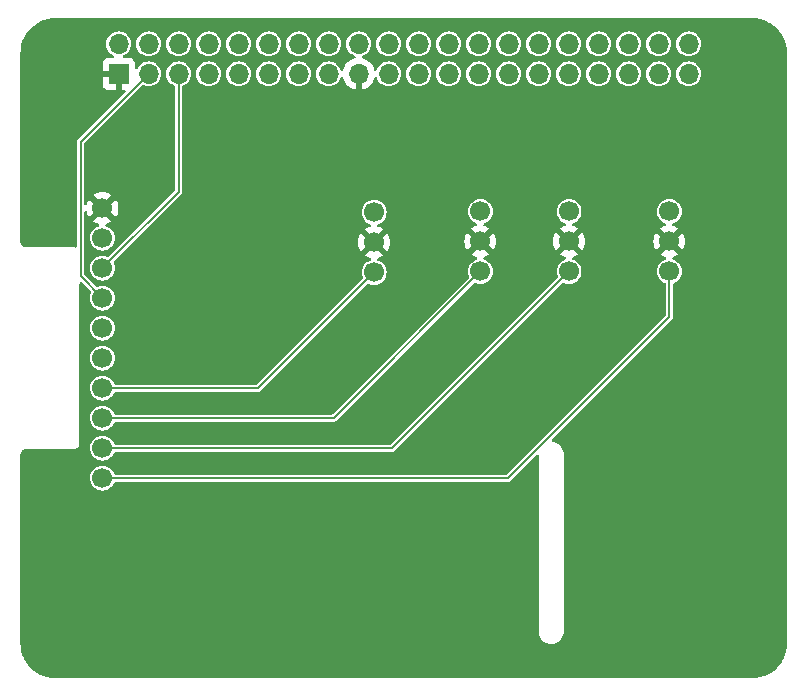
<source format=gbr>
%TF.GenerationSoftware,KiCad,Pcbnew,8.0.8*%
%TF.CreationDate,2025-02-20T10:17:39+01:00*%
%TF.ProjectId,pi_hat,70695f68-6174-42e6-9b69-6361645f7063,rev?*%
%TF.SameCoordinates,Original*%
%TF.FileFunction,Copper,L1,Top*%
%TF.FilePolarity,Positive*%
%FSLAX46Y46*%
G04 Gerber Fmt 4.6, Leading zero omitted, Abs format (unit mm)*
G04 Created by KiCad (PCBNEW 8.0.8) date 2025-02-20 10:17:39*
%MOMM*%
%LPD*%
G01*
G04 APERTURE LIST*
%TA.AperFunction,ComponentPad*%
%ADD10C,1.700000*%
%TD*%
%TA.AperFunction,ComponentPad*%
%ADD11R,1.700000X1.700000*%
%TD*%
%TA.AperFunction,ComponentPad*%
%ADD12O,1.700000X1.700000*%
%TD*%
%TA.AperFunction,Conductor*%
%ADD13C,0.200000*%
%TD*%
G04 APERTURE END LIST*
D10*
%TO.P,A2,1,GND*%
%TO.N,GND*%
X39000000Y39580000D03*
%TO.P,A2,2,VCC*%
%TO.N,+3V3*%
X39000000Y37040000D03*
%TO.P,A2,3,A*%
%TO.N,Net-(A2-A)*%
X39000000Y34500000D03*
%TD*%
%TO.P,A1,1,GND*%
%TO.N,GND*%
X30000000Y39500000D03*
%TO.P,A1,2,VCC*%
%TO.N,+3V3*%
X30000000Y36960000D03*
%TO.P,A1,3,A*%
%TO.N,Net-(A1-A)*%
X30000000Y34420000D03*
%TD*%
%TO.P,A4,1,GND*%
%TO.N,GND*%
X55000000Y39580000D03*
%TO.P,A4,2,VCC*%
%TO.N,+3V3*%
X55000000Y37040000D03*
%TO.P,A4,3,A*%
%TO.N,Net-(A4-A)*%
X55000000Y34500000D03*
%TD*%
%TO.P,U2,1,VDD*%
%TO.N,+3V3*%
X7000000Y39860000D03*
%TO.P,U2,2,GND*%
%TO.N,GND*%
X7000000Y37320000D03*
%TO.P,U2,3,SCL*%
%TO.N,/GPIO3{slash}SCL1*%
X7000000Y34780000D03*
%TO.P,U2,4,SDA*%
%TO.N,/GPIO2{slash}SDA1*%
X7000000Y32240000D03*
%TO.P,U2,5,ADDR*%
%TO.N,unconnected-(U2-ADDR-Pad5)*%
X7000000Y29700000D03*
%TO.P,U2,6,ALRT*%
%TO.N,unconnected-(U2-ALRT-Pad6)*%
X7000000Y27160000D03*
%TO.P,U2,7,A0*%
%TO.N,Net-(A1-A)*%
X7000000Y24620000D03*
%TO.P,U2,8,A1*%
%TO.N,Net-(A2-A)*%
X7000000Y22080000D03*
%TO.P,U2,9,A2*%
%TO.N,Net-(A3-A)*%
X7000000Y19540000D03*
%TO.P,U2,10,A3*%
%TO.N,Net-(A4-A)*%
X7000000Y17000000D03*
%TD*%
%TO.P,A3,1,GND*%
%TO.N,GND*%
X46500000Y39580000D03*
%TO.P,A3,2,VCC*%
%TO.N,+3V3*%
X46500000Y37040000D03*
%TO.P,A3,3,A*%
%TO.N,Net-(A3-A)*%
X46500000Y34500000D03*
%TD*%
D11*
%TO.P,J1,1,Pin_1*%
%TO.N,+3V3*%
X8370000Y51230000D03*
D12*
%TO.P,J1,2,Pin_2*%
%TO.N,+5V*%
X8370000Y53770000D03*
%TO.P,J1,3,Pin_3*%
%TO.N,/GPIO2{slash}SDA1*%
X10910000Y51230000D03*
%TO.P,J1,4,Pin_4*%
%TO.N,+5V*%
X10910000Y53770000D03*
%TO.P,J1,5,Pin_5*%
%TO.N,/GPIO3{slash}SCL1*%
X13450000Y51230000D03*
%TO.P,J1,6,Pin_6*%
%TO.N,GND*%
X13450000Y53770000D03*
%TO.P,J1,7,Pin_7*%
%TO.N,/GPIO4{slash}GPCLK0*%
X15990000Y51230000D03*
%TO.P,J1,8,Pin_8*%
%TO.N,/GPIO14{slash}TXD0*%
X15990000Y53770000D03*
%TO.P,J1,9,Pin_9*%
%TO.N,GND*%
X18530000Y51230000D03*
%TO.P,J1,10,Pin_10*%
%TO.N,/GPIO15{slash}RXD0*%
X18530000Y53770000D03*
%TO.P,J1,11,Pin_11*%
%TO.N,/GPIO17*%
X21070000Y51230000D03*
%TO.P,J1,12,Pin_12*%
%TO.N,/GPIO18{slash}PCM.CLK*%
X21070000Y53770000D03*
%TO.P,J1,13,Pin_13*%
%TO.N,/GPIO27*%
X23610000Y51230000D03*
%TO.P,J1,14,Pin_14*%
%TO.N,GND*%
X23610000Y53770000D03*
%TO.P,J1,15,Pin_15*%
%TO.N,/GPIO22*%
X26150000Y51230000D03*
%TO.P,J1,16,Pin_16*%
%TO.N,/GPIO23*%
X26150000Y53770000D03*
%TO.P,J1,17,Pin_17*%
%TO.N,+3V3*%
X28690000Y51230000D03*
%TO.P,J1,18,Pin_18*%
%TO.N,/GPIO24*%
X28690000Y53770000D03*
%TO.P,J1,19,Pin_19*%
%TO.N,/GPIO10{slash}SPI0.MOSI*%
X31230000Y51230000D03*
%TO.P,J1,20,Pin_20*%
%TO.N,GND*%
X31230000Y53770000D03*
%TO.P,J1,21,Pin_21*%
%TO.N,/GPIO9{slash}SPI0.MISO*%
X33770000Y51230000D03*
%TO.P,J1,22,Pin_22*%
%TO.N,/GPIO25*%
X33770000Y53770000D03*
%TO.P,J1,23,Pin_23*%
%TO.N,/GPIO11{slash}SPI0.SCLK*%
X36310000Y51230000D03*
%TO.P,J1,24,Pin_24*%
%TO.N,/GPIO8{slash}SPI0.CE0*%
X36310000Y53770000D03*
%TO.P,J1,25,Pin_25*%
%TO.N,GND*%
X38850000Y51230000D03*
%TO.P,J1,26,Pin_26*%
%TO.N,/GPIO7{slash}SPI0.CE1*%
X38850000Y53770000D03*
%TO.P,J1,27,Pin_27*%
%TO.N,/ID_SDA*%
X41390000Y51230000D03*
%TO.P,J1,28,Pin_28*%
%TO.N,/ID_SCL*%
X41390000Y53770000D03*
%TO.P,J1,29,Pin_29*%
%TO.N,/GPIO5*%
X43930000Y51230000D03*
%TO.P,J1,30,Pin_30*%
%TO.N,GND*%
X43930000Y53770000D03*
%TO.P,J1,31,Pin_31*%
%TO.N,/GPIO6*%
X46470000Y51230000D03*
%TO.P,J1,32,Pin_32*%
%TO.N,/GPIO12{slash}PWM0*%
X46470000Y53770000D03*
%TO.P,J1,33,Pin_33*%
%TO.N,/GPIO13{slash}PWM1*%
X49010000Y51230000D03*
%TO.P,J1,34,Pin_34*%
%TO.N,GND*%
X49010000Y53770000D03*
%TO.P,J1,35,Pin_35*%
%TO.N,/GPIO19{slash}PCM.FS*%
X51550000Y51230000D03*
%TO.P,J1,36,Pin_36*%
%TO.N,/GPIO16*%
X51550000Y53770000D03*
%TO.P,J1,37,Pin_37*%
%TO.N,/GPIO26*%
X54090000Y51230000D03*
%TO.P,J1,38,Pin_38*%
%TO.N,/GPIO20{slash}PCM.DIN*%
X54090000Y53770000D03*
%TO.P,J1,39,Pin_39*%
%TO.N,GND*%
X56630000Y51230000D03*
%TO.P,J1,40,Pin_40*%
%TO.N,/GPIO21{slash}PCM.DOUT*%
X56630000Y53770000D03*
%TD*%
D13*
%TO.N,/GPIO2{slash}SDA1*%
X7000000Y32240000D02*
X5150000Y34090000D01*
X5150000Y34090000D02*
X5150000Y45470000D01*
X5150000Y45470000D02*
X10910000Y51230000D01*
%TO.N,/GPIO3{slash}SCL1*%
X13450000Y41230000D02*
X13450000Y51230000D01*
X7000000Y34780000D02*
X13450000Y41230000D01*
%TO.N,Net-(A1-A)*%
X20200000Y24620000D02*
X30000000Y34420000D01*
X7000000Y24620000D02*
X20200000Y24620000D01*
%TO.N,Net-(A2-A)*%
X7000000Y22080000D02*
X26580000Y22080000D01*
X26580000Y22080000D02*
X39000000Y34500000D01*
%TO.N,Net-(A3-A)*%
X31540000Y19540000D02*
X46500000Y34500000D01*
X7000000Y19540000D02*
X31540000Y19540000D01*
%TO.N,Net-(A4-A)*%
X55000000Y30630013D02*
X55000000Y34500000D01*
X7000000Y17000000D02*
X41369987Y17000000D01*
X41369987Y17000000D02*
X55000000Y30630013D01*
%TD*%
%TA.AperFunction,Conductor*%
%TO.N,+3V3*%
G36*
X62003472Y55949305D02*
G01*
X62323297Y55931344D01*
X62337094Y55929790D01*
X62649457Y55876717D01*
X62663014Y55873623D01*
X62967469Y55785911D01*
X62980593Y55781318D01*
X63273304Y55660074D01*
X63285826Y55654045D01*
X63452594Y55561875D01*
X63563139Y55500779D01*
X63574900Y55493389D01*
X63833314Y55310034D01*
X63844174Y55301373D01*
X64080418Y55090251D01*
X64090250Y55080419D01*
X64301372Y54844175D01*
X64310035Y54833313D01*
X64493385Y54574906D01*
X64500778Y54563140D01*
X64654040Y54285834D01*
X64660073Y54273305D01*
X64781317Y53980594D01*
X64785910Y53967470D01*
X64873622Y53663015D01*
X64876716Y53649458D01*
X64929787Y53337106D01*
X64931344Y53323288D01*
X64949305Y53003473D01*
X64949500Y52996520D01*
X64949500Y3003481D01*
X64949305Y2996528D01*
X64931344Y2676713D01*
X64929787Y2662895D01*
X64876716Y2350543D01*
X64873622Y2336986D01*
X64785910Y2032531D01*
X64781317Y2019407D01*
X64660073Y1726696D01*
X64654040Y1714167D01*
X64500778Y1436861D01*
X64493380Y1425087D01*
X64310043Y1166698D01*
X64301372Y1155826D01*
X64090250Y919582D01*
X64080418Y909750D01*
X63844174Y698628D01*
X63833302Y689957D01*
X63574913Y506620D01*
X63563139Y499222D01*
X63285833Y345960D01*
X63273304Y339927D01*
X62980593Y218683D01*
X62967469Y214090D01*
X62663014Y126378D01*
X62649457Y123284D01*
X62337105Y70213D01*
X62323287Y68656D01*
X62003472Y50695D01*
X61996519Y50500D01*
X3003481Y50500D01*
X2996528Y50695D01*
X2676712Y68656D01*
X2662894Y70213D01*
X2350542Y123284D01*
X2336985Y126378D01*
X2032530Y214090D01*
X2019406Y218683D01*
X1726695Y339927D01*
X1714166Y345960D01*
X1436860Y499222D01*
X1425094Y506615D01*
X1166687Y689965D01*
X1155825Y698628D01*
X919581Y909750D01*
X909749Y919582D01*
X698627Y1155826D01*
X689966Y1166686D01*
X506611Y1425100D01*
X499221Y1436861D01*
X345959Y1714167D01*
X339926Y1726696D01*
X218682Y2019407D01*
X214089Y2032531D01*
X126377Y2336986D01*
X123283Y2350543D01*
X94127Y2522142D01*
X70210Y2662906D01*
X68656Y2676703D01*
X50695Y2996528D01*
X50500Y3003481D01*
X50500Y17000000D01*
X5944417Y17000000D01*
X5964699Y16794068D01*
X5987173Y16719980D01*
X6024768Y16596046D01*
X6122315Y16413550D01*
X6122317Y16413548D01*
X6253589Y16253590D01*
X6350209Y16174298D01*
X6413550Y16122315D01*
X6596046Y16024768D01*
X6794066Y15964700D01*
X6794065Y15964700D01*
X6812529Y15962882D01*
X7000000Y15944417D01*
X7205934Y15964700D01*
X7403954Y16024768D01*
X7586450Y16122315D01*
X7746410Y16253590D01*
X7877685Y16413550D01*
X7975232Y16596046D01*
X7979919Y16611497D01*
X8018217Y16669935D01*
X8082030Y16698391D01*
X8098579Y16699500D01*
X41409547Y16699500D01*
X41409549Y16699500D01*
X41485976Y16719979D01*
X41554498Y16759540D01*
X41610447Y16815489D01*
X43737819Y18942863D01*
X43799142Y18976347D01*
X43868834Y18971363D01*
X43924767Y18929491D01*
X43949184Y18864027D01*
X43949500Y18855181D01*
X43949500Y4016408D01*
X43949500Y4000000D01*
X43949500Y3902657D01*
X43985274Y3711286D01*
X43985275Y3711284D01*
X44055600Y3529752D01*
X44055604Y3529743D01*
X44158090Y3364222D01*
X44158092Y3364220D01*
X44289248Y3220348D01*
X44370076Y3159310D01*
X44444614Y3103021D01*
X44513452Y3068744D01*
X44618879Y3016247D01*
X44618883Y3016246D01*
X44618890Y3016242D01*
X44806144Y2962963D01*
X44999999Y2945000D01*
X45000000Y2945000D01*
X45000001Y2945000D01*
X45096928Y2953982D01*
X45193856Y2962963D01*
X45381110Y3016242D01*
X45555386Y3103021D01*
X45710749Y3220346D01*
X45841908Y3364220D01*
X45944397Y3529746D01*
X46014726Y3711286D01*
X46050500Y3902657D01*
X46050500Y4000000D01*
X46050500Y4016408D01*
X46050500Y19020918D01*
X46050500Y19097343D01*
X46014726Y19288714D01*
X45944397Y19470254D01*
X45940155Y19477105D01*
X45841909Y19635779D01*
X45841907Y19635781D01*
X45710751Y19779653D01*
X45555386Y19896979D01*
X45381120Y19983754D01*
X45381107Y19983759D01*
X45193855Y20037038D01*
X45125700Y20043353D01*
X45060763Y20069140D01*
X45020076Y20125940D01*
X45016556Y20195721D01*
X45049459Y20254503D01*
X55240460Y30445502D01*
X55240984Y30446410D01*
X55280021Y30514024D01*
X55300500Y30590451D01*
X55300500Y33401422D01*
X55320185Y33468461D01*
X55372989Y33514216D01*
X55388488Y33520077D01*
X55403954Y33524768D01*
X55586450Y33622315D01*
X55746410Y33753590D01*
X55877685Y33913550D01*
X55975232Y34096046D01*
X56035300Y34294066D01*
X56055583Y34500000D01*
X56035300Y34705934D01*
X55975232Y34903954D01*
X55877685Y35086450D01*
X55785978Y35198196D01*
X55746410Y35246411D01*
X55586452Y35377683D01*
X55586453Y35377683D01*
X55586450Y35377685D01*
X55403954Y35475232D01*
X55337447Y35495407D01*
X55279009Y35533704D01*
X55250553Y35597516D01*
X55261113Y35666583D01*
X55307337Y35718977D01*
X55341350Y35733842D01*
X55463483Y35766567D01*
X55463492Y35766571D01*
X55677580Y35866401D01*
X55761371Y35925075D01*
X55129408Y36557038D01*
X55192993Y36574075D01*
X55307007Y36639901D01*
X55400099Y36732993D01*
X55465925Y36847007D01*
X55482962Y36910592D01*
X56114925Y36278629D01*
X56173599Y36362420D01*
X56273429Y36576508D01*
X56273433Y36576517D01*
X56334567Y36804674D01*
X56334569Y36804685D01*
X56355157Y37039999D01*
X56355157Y37040002D01*
X56334569Y37275316D01*
X56334567Y37275327D01*
X56273433Y37503484D01*
X56273429Y37503493D01*
X56173601Y37717576D01*
X56114925Y37801374D01*
X55482962Y37169410D01*
X55465925Y37232993D01*
X55400099Y37347007D01*
X55307007Y37440099D01*
X55192993Y37505925D01*
X55129409Y37522963D01*
X55761372Y38154927D01*
X55677576Y38213602D01*
X55463492Y38313430D01*
X55463486Y38313433D01*
X55341349Y38346159D01*
X55281689Y38382524D01*
X55251160Y38445371D01*
X55259455Y38514747D01*
X55303940Y38568625D01*
X55337444Y38584593D01*
X55403954Y38604768D01*
X55586450Y38702315D01*
X55746410Y38833590D01*
X55877685Y38993550D01*
X55975232Y39176046D01*
X56035300Y39374066D01*
X56055583Y39580000D01*
X56035300Y39785934D01*
X55975232Y39983954D01*
X55877685Y40166450D01*
X55800830Y40260099D01*
X55746410Y40326411D01*
X55586452Y40457683D01*
X55586453Y40457683D01*
X55586450Y40457685D01*
X55403954Y40555232D01*
X55205934Y40615300D01*
X55205932Y40615301D01*
X55205934Y40615301D01*
X55000000Y40635583D01*
X54794067Y40615301D01*
X54596043Y40555231D01*
X54485898Y40496357D01*
X54413550Y40457685D01*
X54413548Y40457684D01*
X54413547Y40457683D01*
X54253589Y40326411D01*
X54122772Y40167007D01*
X54122315Y40166450D01*
X54098061Y40121074D01*
X54024769Y39983957D01*
X53964699Y39785933D01*
X53944417Y39580000D01*
X53964699Y39374068D01*
X53988967Y39294068D01*
X54024768Y39176046D01*
X54122315Y38993550D01*
X54122317Y38993548D01*
X54253589Y38833590D01*
X54350209Y38754298D01*
X54413550Y38702315D01*
X54596046Y38604768D01*
X54662551Y38584595D01*
X54720989Y38546298D01*
X54749446Y38482486D01*
X54738887Y38413419D01*
X54692663Y38361025D01*
X54658650Y38346159D01*
X54536514Y38313433D01*
X54536507Y38313430D01*
X54322423Y38213601D01*
X54322421Y38213600D01*
X54238627Y38154927D01*
X54238626Y38154927D01*
X54870591Y37522963D01*
X54807007Y37505925D01*
X54692993Y37440099D01*
X54599901Y37347007D01*
X54534075Y37232993D01*
X54517037Y37169410D01*
X53885073Y37801374D01*
X53885073Y37801373D01*
X53826400Y37717579D01*
X53826399Y37717577D01*
X53726570Y37503493D01*
X53726566Y37503484D01*
X53665432Y37275327D01*
X53665430Y37275316D01*
X53644843Y37040002D01*
X53644843Y37039999D01*
X53665430Y36804685D01*
X53665432Y36804674D01*
X53726566Y36576517D01*
X53726570Y36576508D01*
X53826398Y36362424D01*
X53885073Y36278628D01*
X54517037Y36910592D01*
X54534075Y36847007D01*
X54599901Y36732993D01*
X54692993Y36639901D01*
X54807007Y36574075D01*
X54870591Y36557038D01*
X54238626Y35925074D01*
X54322417Y35866402D01*
X54322421Y35866400D01*
X54536507Y35766571D01*
X54536516Y35766567D01*
X54658649Y35733842D01*
X54718310Y35697477D01*
X54748839Y35634631D01*
X54740545Y35565255D01*
X54696059Y35511377D01*
X54662552Y35495407D01*
X54596046Y35475233D01*
X54484122Y35415407D01*
X54413550Y35377685D01*
X54413548Y35377684D01*
X54413547Y35377683D01*
X54253589Y35246411D01*
X54122317Y35086453D01*
X54024769Y34903957D01*
X53964699Y34705933D01*
X53944417Y34500000D01*
X53964699Y34294068D01*
X53964700Y34294066D01*
X54024768Y34096046D01*
X54122315Y33913550D01*
X54156969Y33871323D01*
X54253589Y33753590D01*
X54350209Y33674298D01*
X54413550Y33622315D01*
X54596046Y33524768D01*
X54611496Y33520082D01*
X54669932Y33481788D01*
X54698390Y33417976D01*
X54699500Y33401422D01*
X54699500Y30805846D01*
X54679815Y30738807D01*
X54663181Y30718165D01*
X41281835Y17336819D01*
X41220512Y17303334D01*
X41194154Y17300500D01*
X8098579Y17300500D01*
X8031540Y17320185D01*
X7985785Y17372989D01*
X7979919Y17388503D01*
X7979677Y17389299D01*
X7975232Y17403954D01*
X7877685Y17586450D01*
X7825702Y17649791D01*
X7746410Y17746411D01*
X7586452Y17877683D01*
X7586453Y17877683D01*
X7586450Y17877685D01*
X7403954Y17975232D01*
X7205934Y18035300D01*
X7205932Y18035301D01*
X7205934Y18035301D01*
X7000000Y18055583D01*
X6794067Y18035301D01*
X6596043Y17975231D01*
X6485898Y17916357D01*
X6413550Y17877685D01*
X6413548Y17877684D01*
X6413547Y17877683D01*
X6253589Y17746411D01*
X6122317Y17586453D01*
X6024769Y17403957D01*
X5964699Y17205933D01*
X5944417Y17000000D01*
X50500Y17000000D01*
X50500Y18991885D01*
X51557Y19008039D01*
X63657Y19100055D01*
X72013Y19131274D01*
X104360Y19209462D01*
X120506Y19237465D01*
X171963Y19304627D01*
X194803Y19327506D01*
X203335Y19334066D01*
X261872Y19379078D01*
X289850Y19395276D01*
X367979Y19427758D01*
X399189Y19436168D01*
X457896Y19443993D01*
X491069Y19448413D01*
X507449Y19449500D01*
X4562026Y19449500D01*
X4682969Y19477105D01*
X4794737Y19530929D01*
X4806112Y19540000D01*
X5944417Y19540000D01*
X5964699Y19334068D01*
X5987173Y19259980D01*
X6024768Y19136046D01*
X6122315Y18953550D01*
X6142060Y18929491D01*
X6253589Y18793590D01*
X6350209Y18714298D01*
X6413550Y18662315D01*
X6596046Y18564768D01*
X6794066Y18504700D01*
X6794065Y18504700D01*
X6812529Y18502882D01*
X7000000Y18484417D01*
X7205934Y18504700D01*
X7403954Y18564768D01*
X7586450Y18662315D01*
X7746410Y18793590D01*
X7877685Y18953550D01*
X7975232Y19136046D01*
X7979919Y19151497D01*
X8018217Y19209935D01*
X8082030Y19238391D01*
X8098579Y19239500D01*
X31579560Y19239500D01*
X31579562Y19239500D01*
X31655989Y19259979D01*
X31724511Y19299540D01*
X31780460Y19355489D01*
X45935673Y33510704D01*
X45996994Y33544187D01*
X46066686Y33539203D01*
X46081804Y33532380D01*
X46082130Y33532206D01*
X46096046Y33524768D01*
X46294066Y33464700D01*
X46294065Y33464700D01*
X46312529Y33462882D01*
X46500000Y33444417D01*
X46705934Y33464700D01*
X46903954Y33524768D01*
X47086450Y33622315D01*
X47246410Y33753590D01*
X47377685Y33913550D01*
X47475232Y34096046D01*
X47535300Y34294066D01*
X47555583Y34500000D01*
X47535300Y34705934D01*
X47475232Y34903954D01*
X47377685Y35086450D01*
X47285978Y35198196D01*
X47246410Y35246411D01*
X47086452Y35377683D01*
X47086453Y35377683D01*
X47086450Y35377685D01*
X46903954Y35475232D01*
X46837447Y35495407D01*
X46779009Y35533704D01*
X46750553Y35597516D01*
X46761113Y35666583D01*
X46807337Y35718977D01*
X46841350Y35733842D01*
X46963483Y35766567D01*
X46963492Y35766571D01*
X47177580Y35866401D01*
X47261371Y35925075D01*
X46629408Y36557038D01*
X46692993Y36574075D01*
X46807007Y36639901D01*
X46900099Y36732993D01*
X46965925Y36847007D01*
X46982962Y36910592D01*
X47614925Y36278629D01*
X47673599Y36362420D01*
X47773429Y36576508D01*
X47773433Y36576517D01*
X47834567Y36804674D01*
X47834569Y36804685D01*
X47855157Y37039999D01*
X47855157Y37040002D01*
X47834569Y37275316D01*
X47834567Y37275327D01*
X47773433Y37503484D01*
X47773429Y37503493D01*
X47673601Y37717576D01*
X47614925Y37801374D01*
X46982962Y37169410D01*
X46965925Y37232993D01*
X46900099Y37347007D01*
X46807007Y37440099D01*
X46692993Y37505925D01*
X46629409Y37522963D01*
X47261372Y38154927D01*
X47177576Y38213602D01*
X46963492Y38313430D01*
X46963486Y38313433D01*
X46841349Y38346159D01*
X46781689Y38382524D01*
X46751160Y38445371D01*
X46759455Y38514747D01*
X46803940Y38568625D01*
X46837444Y38584593D01*
X46903954Y38604768D01*
X47086450Y38702315D01*
X47246410Y38833590D01*
X47377685Y38993550D01*
X47475232Y39176046D01*
X47535300Y39374066D01*
X47555583Y39580000D01*
X47535300Y39785934D01*
X47475232Y39983954D01*
X47377685Y40166450D01*
X47300830Y40260099D01*
X47246410Y40326411D01*
X47086452Y40457683D01*
X47086453Y40457683D01*
X47086450Y40457685D01*
X46903954Y40555232D01*
X46705934Y40615300D01*
X46705932Y40615301D01*
X46705934Y40615301D01*
X46500000Y40635583D01*
X46294067Y40615301D01*
X46096043Y40555231D01*
X45985898Y40496357D01*
X45913550Y40457685D01*
X45913548Y40457684D01*
X45913547Y40457683D01*
X45753589Y40326411D01*
X45622772Y40167007D01*
X45622315Y40166450D01*
X45598061Y40121074D01*
X45524769Y39983957D01*
X45464699Y39785933D01*
X45444417Y39580000D01*
X45464699Y39374068D01*
X45488967Y39294068D01*
X45524768Y39176046D01*
X45622315Y38993550D01*
X45622317Y38993548D01*
X45753589Y38833590D01*
X45850209Y38754298D01*
X45913550Y38702315D01*
X46096046Y38604768D01*
X46162551Y38584595D01*
X46220989Y38546298D01*
X46249446Y38482486D01*
X46238887Y38413419D01*
X46192663Y38361025D01*
X46158650Y38346159D01*
X46036514Y38313433D01*
X46036507Y38313430D01*
X45822423Y38213601D01*
X45822421Y38213600D01*
X45738627Y38154927D01*
X45738626Y38154927D01*
X46370591Y37522963D01*
X46307007Y37505925D01*
X46192993Y37440099D01*
X46099901Y37347007D01*
X46034075Y37232993D01*
X46017037Y37169410D01*
X45385073Y37801374D01*
X45385073Y37801373D01*
X45326400Y37717579D01*
X45326399Y37717577D01*
X45226570Y37503493D01*
X45226566Y37503484D01*
X45165432Y37275327D01*
X45165430Y37275316D01*
X45144843Y37040002D01*
X45144843Y37039999D01*
X45165430Y36804685D01*
X45165432Y36804674D01*
X45226566Y36576517D01*
X45226570Y36576508D01*
X45326398Y36362424D01*
X45385073Y36278628D01*
X46017037Y36910592D01*
X46034075Y36847007D01*
X46099901Y36732993D01*
X46192993Y36639901D01*
X46307007Y36574075D01*
X46370591Y36557038D01*
X45738626Y35925074D01*
X45822417Y35866402D01*
X45822421Y35866400D01*
X46036507Y35766571D01*
X46036516Y35766567D01*
X46158649Y35733842D01*
X46218310Y35697477D01*
X46248839Y35634631D01*
X46240545Y35565255D01*
X46196059Y35511377D01*
X46162552Y35495407D01*
X46096046Y35475233D01*
X45984122Y35415407D01*
X45913550Y35377685D01*
X45913548Y35377684D01*
X45913547Y35377683D01*
X45753589Y35246411D01*
X45622317Y35086453D01*
X45524769Y34903957D01*
X45464699Y34705933D01*
X45444417Y34500000D01*
X45464699Y34294068D01*
X45524769Y34096044D01*
X45532379Y34081807D01*
X45546620Y34013404D01*
X45521619Y33948160D01*
X45510701Y33935674D01*
X31451848Y19876819D01*
X31390525Y19843334D01*
X31364167Y19840500D01*
X8098579Y19840500D01*
X8031540Y19860185D01*
X7985785Y19912989D01*
X7979919Y19928503D01*
X7977046Y19937973D01*
X7975232Y19943954D01*
X7877685Y20126450D01*
X7772594Y20254505D01*
X7746410Y20286411D01*
X7586452Y20417683D01*
X7586453Y20417683D01*
X7586450Y20417685D01*
X7403954Y20515232D01*
X7205934Y20575300D01*
X7205932Y20575301D01*
X7205934Y20575301D01*
X7000000Y20595583D01*
X6794067Y20575301D01*
X6596043Y20515231D01*
X6485898Y20456357D01*
X6413550Y20417685D01*
X6413548Y20417684D01*
X6413547Y20417683D01*
X6253589Y20286411D01*
X6122317Y20126453D01*
X6122315Y20126450D01*
X6091682Y20069140D01*
X6024769Y19943957D01*
X5964699Y19745933D01*
X5944417Y19540000D01*
X4806112Y19540000D01*
X4891725Y19608275D01*
X4969071Y19705263D01*
X5022895Y19817031D01*
X5050500Y19937974D01*
X5050500Y20000000D01*
X5050500Y20016408D01*
X5050500Y22080000D01*
X5944417Y22080000D01*
X5964699Y21874068D01*
X5987173Y21799980D01*
X6024768Y21676046D01*
X6122315Y21493550D01*
X6122317Y21493548D01*
X6253589Y21333590D01*
X6350209Y21254298D01*
X6413550Y21202315D01*
X6596046Y21104768D01*
X6794066Y21044700D01*
X6794065Y21044700D01*
X6812529Y21042882D01*
X7000000Y21024417D01*
X7205934Y21044700D01*
X7403954Y21104768D01*
X7586450Y21202315D01*
X7746410Y21333590D01*
X7877685Y21493550D01*
X7975232Y21676046D01*
X7979919Y21691497D01*
X8018217Y21749935D01*
X8082030Y21778391D01*
X8098579Y21779500D01*
X26619560Y21779500D01*
X26619562Y21779500D01*
X26695989Y21799979D01*
X26764511Y21839540D01*
X26820460Y21895489D01*
X38435673Y33510704D01*
X38496994Y33544187D01*
X38566686Y33539203D01*
X38581804Y33532380D01*
X38582130Y33532206D01*
X38596046Y33524768D01*
X38794066Y33464700D01*
X38794065Y33464700D01*
X38812529Y33462882D01*
X39000000Y33444417D01*
X39205934Y33464700D01*
X39403954Y33524768D01*
X39586450Y33622315D01*
X39746410Y33753590D01*
X39877685Y33913550D01*
X39975232Y34096046D01*
X40035300Y34294066D01*
X40055583Y34500000D01*
X40035300Y34705934D01*
X39975232Y34903954D01*
X39877685Y35086450D01*
X39785978Y35198196D01*
X39746410Y35246411D01*
X39586452Y35377683D01*
X39586453Y35377683D01*
X39586450Y35377685D01*
X39403954Y35475232D01*
X39337447Y35495407D01*
X39279009Y35533704D01*
X39250553Y35597516D01*
X39261113Y35666583D01*
X39307337Y35718977D01*
X39341350Y35733842D01*
X39463483Y35766567D01*
X39463492Y35766571D01*
X39677580Y35866401D01*
X39761371Y35925075D01*
X39129408Y36557038D01*
X39192993Y36574075D01*
X39307007Y36639901D01*
X39400099Y36732993D01*
X39465925Y36847007D01*
X39482962Y36910592D01*
X40114925Y36278629D01*
X40173599Y36362420D01*
X40273429Y36576508D01*
X40273433Y36576517D01*
X40334567Y36804674D01*
X40334569Y36804685D01*
X40355157Y37039999D01*
X40355157Y37040002D01*
X40334569Y37275316D01*
X40334567Y37275327D01*
X40273433Y37503484D01*
X40273429Y37503493D01*
X40173601Y37717576D01*
X40114925Y37801374D01*
X39482962Y37169410D01*
X39465925Y37232993D01*
X39400099Y37347007D01*
X39307007Y37440099D01*
X39192993Y37505925D01*
X39129409Y37522963D01*
X39761372Y38154927D01*
X39677576Y38213602D01*
X39463492Y38313430D01*
X39463486Y38313433D01*
X39341349Y38346159D01*
X39281689Y38382524D01*
X39251160Y38445371D01*
X39259455Y38514747D01*
X39303940Y38568625D01*
X39337444Y38584593D01*
X39403954Y38604768D01*
X39586450Y38702315D01*
X39746410Y38833590D01*
X39877685Y38993550D01*
X39975232Y39176046D01*
X40035300Y39374066D01*
X40055583Y39580000D01*
X40035300Y39785934D01*
X39975232Y39983954D01*
X39877685Y40166450D01*
X39800830Y40260099D01*
X39746410Y40326411D01*
X39586452Y40457683D01*
X39586453Y40457683D01*
X39586450Y40457685D01*
X39403954Y40555232D01*
X39205934Y40615300D01*
X39205932Y40615301D01*
X39205934Y40615301D01*
X39000000Y40635583D01*
X38794067Y40615301D01*
X38596043Y40555231D01*
X38485898Y40496357D01*
X38413550Y40457685D01*
X38413548Y40457684D01*
X38413547Y40457683D01*
X38253589Y40326411D01*
X38122772Y40167007D01*
X38122315Y40166450D01*
X38098061Y40121074D01*
X38024769Y39983957D01*
X37964699Y39785933D01*
X37944417Y39580000D01*
X37964699Y39374068D01*
X37988967Y39294068D01*
X38024768Y39176046D01*
X38122315Y38993550D01*
X38122317Y38993548D01*
X38253589Y38833590D01*
X38350209Y38754298D01*
X38413550Y38702315D01*
X38596046Y38604768D01*
X38662551Y38584595D01*
X38720989Y38546298D01*
X38749446Y38482486D01*
X38738887Y38413419D01*
X38692663Y38361025D01*
X38658650Y38346159D01*
X38536514Y38313433D01*
X38536507Y38313430D01*
X38322423Y38213601D01*
X38322421Y38213600D01*
X38238627Y38154927D01*
X38238626Y38154927D01*
X38870591Y37522963D01*
X38807007Y37505925D01*
X38692993Y37440099D01*
X38599901Y37347007D01*
X38534075Y37232993D01*
X38517037Y37169410D01*
X37885073Y37801374D01*
X37885073Y37801373D01*
X37826400Y37717579D01*
X37826399Y37717577D01*
X37726570Y37503493D01*
X37726566Y37503484D01*
X37665432Y37275327D01*
X37665430Y37275316D01*
X37644843Y37040002D01*
X37644843Y37039999D01*
X37665430Y36804685D01*
X37665432Y36804674D01*
X37726566Y36576517D01*
X37726570Y36576508D01*
X37826398Y36362424D01*
X37885073Y36278628D01*
X38517037Y36910592D01*
X38534075Y36847007D01*
X38599901Y36732993D01*
X38692993Y36639901D01*
X38807007Y36574075D01*
X38870591Y36557038D01*
X38238626Y35925074D01*
X38322417Y35866402D01*
X38322421Y35866400D01*
X38536507Y35766571D01*
X38536516Y35766567D01*
X38658649Y35733842D01*
X38718310Y35697477D01*
X38748839Y35634631D01*
X38740545Y35565255D01*
X38696059Y35511377D01*
X38662552Y35495407D01*
X38596046Y35475233D01*
X38484122Y35415407D01*
X38413550Y35377685D01*
X38413548Y35377684D01*
X38413547Y35377683D01*
X38253589Y35246411D01*
X38122317Y35086453D01*
X38024769Y34903957D01*
X37964699Y34705933D01*
X37944417Y34500000D01*
X37964699Y34294068D01*
X38024769Y34096044D01*
X38032379Y34081807D01*
X38046620Y34013404D01*
X38021619Y33948160D01*
X38010701Y33935674D01*
X26491848Y22416819D01*
X26430525Y22383334D01*
X26404167Y22380500D01*
X8098579Y22380500D01*
X8031540Y22400185D01*
X7985785Y22452989D01*
X7979919Y22468503D01*
X7979677Y22469299D01*
X7975232Y22483954D01*
X7877685Y22666450D01*
X7825702Y22729791D01*
X7746410Y22826411D01*
X7586452Y22957683D01*
X7586453Y22957683D01*
X7586450Y22957685D01*
X7403954Y23055232D01*
X7205934Y23115300D01*
X7205932Y23115301D01*
X7205934Y23115301D01*
X7000000Y23135583D01*
X6794067Y23115301D01*
X6596043Y23055231D01*
X6485898Y22996357D01*
X6413550Y22957685D01*
X6413548Y22957684D01*
X6413547Y22957683D01*
X6253589Y22826411D01*
X6122317Y22666453D01*
X6024769Y22483957D01*
X5964699Y22285933D01*
X5944417Y22080000D01*
X5050500Y22080000D01*
X5050500Y24620000D01*
X5944417Y24620000D01*
X5964699Y24414068D01*
X5987173Y24339980D01*
X6024768Y24216046D01*
X6122315Y24033550D01*
X6122317Y24033548D01*
X6253589Y23873590D01*
X6350209Y23794298D01*
X6413550Y23742315D01*
X6596046Y23644768D01*
X6794066Y23584700D01*
X6794065Y23584700D01*
X6812529Y23582882D01*
X7000000Y23564417D01*
X7205934Y23584700D01*
X7403954Y23644768D01*
X7586450Y23742315D01*
X7746410Y23873590D01*
X7877685Y24033550D01*
X7975232Y24216046D01*
X7979919Y24231497D01*
X8018217Y24289935D01*
X8082030Y24318391D01*
X8098579Y24319500D01*
X20239560Y24319500D01*
X20239562Y24319500D01*
X20315989Y24339979D01*
X20384511Y24379540D01*
X20440460Y24435489D01*
X29435673Y33430704D01*
X29496994Y33464187D01*
X29566686Y33459203D01*
X29581804Y33452380D01*
X29590493Y33447736D01*
X29596046Y33444768D01*
X29794066Y33384700D01*
X29794065Y33384700D01*
X29812529Y33382882D01*
X30000000Y33364417D01*
X30205934Y33384700D01*
X30403954Y33444768D01*
X30586450Y33542315D01*
X30746410Y33673590D01*
X30877685Y33833550D01*
X30975232Y34016046D01*
X31035300Y34214066D01*
X31055583Y34420000D01*
X31035300Y34625934D01*
X30975232Y34823954D01*
X30877685Y35006450D01*
X30812029Y35086453D01*
X30746410Y35166411D01*
X30624329Y35266599D01*
X30586450Y35297685D01*
X30403954Y35395232D01*
X30337447Y35415407D01*
X30279009Y35453704D01*
X30250553Y35517516D01*
X30261113Y35586583D01*
X30307337Y35638977D01*
X30341350Y35653842D01*
X30463483Y35686567D01*
X30463492Y35686571D01*
X30677580Y35786401D01*
X30761371Y35845075D01*
X30129408Y36477038D01*
X30192993Y36494075D01*
X30307007Y36559901D01*
X30400099Y36652993D01*
X30465925Y36767007D01*
X30482962Y36830592D01*
X31114925Y36198629D01*
X31173599Y36282420D01*
X31273429Y36496508D01*
X31273433Y36496517D01*
X31334567Y36724674D01*
X31334569Y36724685D01*
X31355157Y36959999D01*
X31355157Y36960002D01*
X31334569Y37195316D01*
X31334567Y37195327D01*
X31273433Y37423484D01*
X31273429Y37423493D01*
X31173601Y37637576D01*
X31114925Y37721374D01*
X30482962Y37089410D01*
X30465925Y37152993D01*
X30400099Y37267007D01*
X30307007Y37360099D01*
X30192993Y37425925D01*
X30129409Y37442963D01*
X30761372Y38074927D01*
X30677576Y38133602D01*
X30463492Y38233430D01*
X30463486Y38233433D01*
X30341349Y38266159D01*
X30281689Y38302524D01*
X30251160Y38365371D01*
X30259455Y38434747D01*
X30303940Y38488625D01*
X30337444Y38504593D01*
X30403954Y38524768D01*
X30586450Y38622315D01*
X30746410Y38753590D01*
X30877685Y38913550D01*
X30975232Y39096046D01*
X31035300Y39294066D01*
X31055583Y39500000D01*
X31035300Y39705934D01*
X30975232Y39903954D01*
X30877685Y40086450D01*
X30782061Y40202969D01*
X30746410Y40246411D01*
X30586452Y40377683D01*
X30586453Y40377683D01*
X30586450Y40377685D01*
X30403954Y40475232D01*
X30205934Y40535300D01*
X30205932Y40535301D01*
X30205934Y40535301D01*
X30000000Y40555583D01*
X29794067Y40535301D01*
X29596043Y40475231D01*
X29563214Y40457683D01*
X29413550Y40377685D01*
X29413548Y40377684D01*
X29413547Y40377683D01*
X29253589Y40246411D01*
X29122317Y40086453D01*
X29024769Y39903957D01*
X28964699Y39705933D01*
X28944417Y39500000D01*
X28964699Y39294068D01*
X28964700Y39294066D01*
X29024768Y39096046D01*
X29122315Y38913550D01*
X29122317Y38913548D01*
X29253589Y38753590D01*
X29335462Y38686400D01*
X29413550Y38622315D01*
X29596046Y38524768D01*
X29662551Y38504595D01*
X29720989Y38466298D01*
X29749446Y38402486D01*
X29738887Y38333419D01*
X29692663Y38281025D01*
X29658650Y38266159D01*
X29536514Y38233433D01*
X29536507Y38233430D01*
X29322423Y38133601D01*
X29322421Y38133600D01*
X29238627Y38074927D01*
X29238626Y38074927D01*
X29870591Y37442963D01*
X29807007Y37425925D01*
X29692993Y37360099D01*
X29599901Y37267007D01*
X29534075Y37152993D01*
X29517037Y37089410D01*
X28885073Y37721374D01*
X28885073Y37721373D01*
X28826400Y37637579D01*
X28826399Y37637577D01*
X28726570Y37423493D01*
X28726566Y37423484D01*
X28665432Y37195327D01*
X28665430Y37195316D01*
X28644843Y36960002D01*
X28644843Y36959999D01*
X28665430Y36724685D01*
X28665432Y36724674D01*
X28726566Y36496517D01*
X28726570Y36496508D01*
X28826398Y36282424D01*
X28885073Y36198628D01*
X29517037Y36830592D01*
X29534075Y36767007D01*
X29599901Y36652993D01*
X29692993Y36559901D01*
X29807007Y36494075D01*
X29870591Y36477038D01*
X29238626Y35845074D01*
X29322417Y35786402D01*
X29322421Y35786400D01*
X29536507Y35686571D01*
X29536516Y35686567D01*
X29658649Y35653842D01*
X29718310Y35617477D01*
X29748839Y35554631D01*
X29740545Y35485255D01*
X29696059Y35431377D01*
X29662552Y35415407D01*
X29596046Y35395233D01*
X29465358Y35325378D01*
X29413550Y35297685D01*
X29413548Y35297684D01*
X29413547Y35297683D01*
X29253589Y35166411D01*
X29122317Y35006453D01*
X29122315Y35006450D01*
X29083643Y34934102D01*
X29024769Y34823957D01*
X28964699Y34625933D01*
X28944417Y34420000D01*
X28964699Y34214068D01*
X28964700Y34214066D01*
X29014335Y34050438D01*
X29024769Y34016044D01*
X29032379Y34001807D01*
X29046620Y33933404D01*
X29021619Y33868160D01*
X29010701Y33855674D01*
X20111848Y24956819D01*
X20050525Y24923334D01*
X20024167Y24920500D01*
X8098579Y24920500D01*
X8031540Y24940185D01*
X7985785Y24992989D01*
X7979919Y25008503D01*
X7979677Y25009299D01*
X7975232Y25023954D01*
X7877685Y25206450D01*
X7825702Y25269791D01*
X7746410Y25366411D01*
X7586452Y25497683D01*
X7586453Y25497683D01*
X7586450Y25497685D01*
X7403954Y25595232D01*
X7205934Y25655300D01*
X7205932Y25655301D01*
X7205934Y25655301D01*
X7000000Y25675583D01*
X6794067Y25655301D01*
X6596043Y25595231D01*
X6485898Y25536357D01*
X6413550Y25497685D01*
X6413548Y25497684D01*
X6413547Y25497683D01*
X6253589Y25366411D01*
X6122317Y25206453D01*
X6024769Y25023957D01*
X5964699Y24825933D01*
X5944417Y24620000D01*
X5050500Y24620000D01*
X5050500Y27160000D01*
X5944417Y27160000D01*
X5964699Y26954068D01*
X5964700Y26954066D01*
X6024768Y26756046D01*
X6122315Y26573550D01*
X6122317Y26573548D01*
X6253589Y26413590D01*
X6350209Y26334298D01*
X6413550Y26282315D01*
X6596046Y26184768D01*
X6794066Y26124700D01*
X6794065Y26124700D01*
X6812529Y26122882D01*
X7000000Y26104417D01*
X7205934Y26124700D01*
X7403954Y26184768D01*
X7586450Y26282315D01*
X7746410Y26413590D01*
X7877685Y26573550D01*
X7975232Y26756046D01*
X8035300Y26954066D01*
X8055583Y27160000D01*
X8035300Y27365934D01*
X7975232Y27563954D01*
X7877685Y27746450D01*
X7825702Y27809791D01*
X7746410Y27906411D01*
X7586452Y28037683D01*
X7586453Y28037683D01*
X7586450Y28037685D01*
X7403954Y28135232D01*
X7205934Y28195300D01*
X7205932Y28195301D01*
X7205934Y28195301D01*
X7000000Y28215583D01*
X6794067Y28195301D01*
X6596043Y28135231D01*
X6485898Y28076357D01*
X6413550Y28037685D01*
X6413548Y28037684D01*
X6413547Y28037683D01*
X6253589Y27906411D01*
X6122317Y27746453D01*
X6024769Y27563957D01*
X5964699Y27365933D01*
X5944417Y27160000D01*
X5050500Y27160000D01*
X5050500Y29700000D01*
X5944417Y29700000D01*
X5964699Y29494068D01*
X5964700Y29494066D01*
X6024768Y29296046D01*
X6122315Y29113550D01*
X6122317Y29113548D01*
X6253589Y28953590D01*
X6350209Y28874298D01*
X6413550Y28822315D01*
X6596046Y28724768D01*
X6794066Y28664700D01*
X6794065Y28664700D01*
X6812529Y28662882D01*
X7000000Y28644417D01*
X7205934Y28664700D01*
X7403954Y28724768D01*
X7586450Y28822315D01*
X7746410Y28953590D01*
X7877685Y29113550D01*
X7975232Y29296046D01*
X8035300Y29494066D01*
X8055583Y29700000D01*
X8035300Y29905934D01*
X7975232Y30103954D01*
X7877685Y30286450D01*
X7825702Y30349791D01*
X7746410Y30446411D01*
X7586452Y30577683D01*
X7586453Y30577683D01*
X7586450Y30577685D01*
X7403954Y30675232D01*
X7205934Y30735300D01*
X7205932Y30735301D01*
X7205934Y30735301D01*
X7000000Y30755583D01*
X6794067Y30735301D01*
X6596043Y30675231D01*
X6485898Y30616357D01*
X6413550Y30577685D01*
X6413548Y30577684D01*
X6413547Y30577683D01*
X6253589Y30446411D01*
X6122317Y30286453D01*
X6024769Y30103957D01*
X5964699Y29905933D01*
X5944417Y29700000D01*
X5050500Y29700000D01*
X5050500Y33465167D01*
X5070185Y33532206D01*
X5122989Y33577961D01*
X5192147Y33587905D01*
X5255703Y33558880D01*
X5262181Y33552848D01*
X6010701Y32804328D01*
X6044186Y32743005D01*
X6039202Y32673313D01*
X6032381Y32658200D01*
X6024770Y32643961D01*
X5964699Y32445933D01*
X5944417Y32240000D01*
X5964699Y32034068D01*
X5964700Y32034066D01*
X6024768Y31836046D01*
X6122315Y31653550D01*
X6122317Y31653548D01*
X6253589Y31493590D01*
X6350209Y31414298D01*
X6413550Y31362315D01*
X6596046Y31264768D01*
X6794066Y31204700D01*
X6794065Y31204700D01*
X6812529Y31202882D01*
X7000000Y31184417D01*
X7205934Y31204700D01*
X7403954Y31264768D01*
X7586450Y31362315D01*
X7746410Y31493590D01*
X7877685Y31653550D01*
X7975232Y31836046D01*
X8035300Y32034066D01*
X8055583Y32240000D01*
X8035300Y32445934D01*
X7975232Y32643954D01*
X7877685Y32826450D01*
X7825702Y32889791D01*
X7746410Y32986411D01*
X7586452Y33117683D01*
X7586453Y33117683D01*
X7586450Y33117685D01*
X7403954Y33215232D01*
X7205934Y33275300D01*
X7205932Y33275301D01*
X7205934Y33275301D01*
X7000000Y33295583D01*
X6794067Y33275301D01*
X6596039Y33215230D01*
X6581800Y33207619D01*
X6513397Y33193380D01*
X6448154Y33218384D01*
X6435672Y33229299D01*
X5486819Y34178152D01*
X5453334Y34239475D01*
X5450500Y34265833D01*
X5450500Y34780000D01*
X5944417Y34780000D01*
X5964699Y34574068D01*
X5964700Y34574066D01*
X6024768Y34376046D01*
X6122315Y34193550D01*
X6122317Y34193548D01*
X6253589Y34033590D01*
X6350209Y33954298D01*
X6413550Y33902315D01*
X6596046Y33804768D01*
X6794066Y33744700D01*
X6794065Y33744700D01*
X6812529Y33742882D01*
X7000000Y33724417D01*
X7205934Y33744700D01*
X7403954Y33804768D01*
X7586450Y33902315D01*
X7746410Y34033590D01*
X7877685Y34193550D01*
X7975232Y34376046D01*
X8035300Y34574066D01*
X8055583Y34780000D01*
X8035300Y34985934D01*
X7975232Y35183954D01*
X7972264Y35189507D01*
X7967620Y35198196D01*
X7953379Y35266599D01*
X7978380Y35331843D01*
X7989290Y35344321D01*
X13690460Y41045489D01*
X13730021Y41114011D01*
X13750500Y41190438D01*
X13750500Y50131422D01*
X13770185Y50198461D01*
X13822989Y50244216D01*
X13838488Y50250077D01*
X13853954Y50254768D01*
X14036450Y50352315D01*
X14196410Y50483590D01*
X14327685Y50643550D01*
X14425232Y50826046D01*
X14485300Y51024066D01*
X14505583Y51230000D01*
X14934417Y51230000D01*
X14954699Y51024068D01*
X14954700Y51024066D01*
X15014768Y50826046D01*
X15112315Y50643550D01*
X15112317Y50643548D01*
X15243589Y50483590D01*
X15340209Y50404298D01*
X15403550Y50352315D01*
X15586046Y50254768D01*
X15784066Y50194700D01*
X15784065Y50194700D01*
X15802529Y50192882D01*
X15990000Y50174417D01*
X16195934Y50194700D01*
X16393954Y50254768D01*
X16576450Y50352315D01*
X16736410Y50483590D01*
X16867685Y50643550D01*
X16965232Y50826046D01*
X17025300Y51024066D01*
X17045583Y51230000D01*
X17474417Y51230000D01*
X17494699Y51024068D01*
X17494700Y51024066D01*
X17554768Y50826046D01*
X17652315Y50643550D01*
X17652317Y50643548D01*
X17783589Y50483590D01*
X17880209Y50404298D01*
X17943550Y50352315D01*
X18126046Y50254768D01*
X18324066Y50194700D01*
X18324065Y50194700D01*
X18342529Y50192882D01*
X18530000Y50174417D01*
X18735934Y50194700D01*
X18933954Y50254768D01*
X19116450Y50352315D01*
X19276410Y50483590D01*
X19407685Y50643550D01*
X19505232Y50826046D01*
X19565300Y51024066D01*
X19585583Y51230000D01*
X20014417Y51230000D01*
X20034699Y51024068D01*
X20034700Y51024066D01*
X20094768Y50826046D01*
X20192315Y50643550D01*
X20192317Y50643548D01*
X20323589Y50483590D01*
X20420209Y50404298D01*
X20483550Y50352315D01*
X20666046Y50254768D01*
X20864066Y50194700D01*
X20864065Y50194700D01*
X20882529Y50192882D01*
X21070000Y50174417D01*
X21275934Y50194700D01*
X21473954Y50254768D01*
X21656450Y50352315D01*
X21816410Y50483590D01*
X21947685Y50643550D01*
X22045232Y50826046D01*
X22105300Y51024066D01*
X22125583Y51230000D01*
X22554417Y51230000D01*
X22574699Y51024068D01*
X22574700Y51024066D01*
X22634768Y50826046D01*
X22732315Y50643550D01*
X22732317Y50643548D01*
X22863589Y50483590D01*
X22960209Y50404298D01*
X23023550Y50352315D01*
X23206046Y50254768D01*
X23404066Y50194700D01*
X23404065Y50194700D01*
X23422529Y50192882D01*
X23610000Y50174417D01*
X23815934Y50194700D01*
X24013954Y50254768D01*
X24196450Y50352315D01*
X24356410Y50483590D01*
X24487685Y50643550D01*
X24585232Y50826046D01*
X24645300Y51024066D01*
X24665583Y51230000D01*
X25094417Y51230000D01*
X25114699Y51024068D01*
X25114700Y51024066D01*
X25174768Y50826046D01*
X25272315Y50643550D01*
X25272317Y50643548D01*
X25403589Y50483590D01*
X25500209Y50404298D01*
X25563550Y50352315D01*
X25746046Y50254768D01*
X25944066Y50194700D01*
X25944065Y50194700D01*
X25962529Y50192882D01*
X26150000Y50174417D01*
X26355934Y50194700D01*
X26553954Y50254768D01*
X26736450Y50352315D01*
X26896410Y50483590D01*
X27027685Y50643550D01*
X27125232Y50826046D01*
X27145406Y50892554D01*
X27183702Y50950990D01*
X27247514Y50979447D01*
X27316581Y50968888D01*
X27368975Y50922664D01*
X27383841Y50888651D01*
X27416567Y50766514D01*
X27416570Y50766508D01*
X27516399Y50552422D01*
X27651894Y50358918D01*
X27818917Y50191895D01*
X28012421Y50056400D01*
X28226507Y49956571D01*
X28226516Y49956567D01*
X28440000Y49899366D01*
X28440000Y50796988D01*
X28497007Y50764075D01*
X28624174Y50730000D01*
X28755826Y50730000D01*
X28882993Y50764075D01*
X28940000Y50796988D01*
X28940000Y49899367D01*
X29153483Y49956567D01*
X29153492Y49956571D01*
X29367578Y50056400D01*
X29561082Y50191895D01*
X29728105Y50358918D01*
X29863600Y50552422D01*
X29963429Y50766508D01*
X29963433Y50766517D01*
X29996158Y50888650D01*
X30032522Y50948310D01*
X30095369Y50978840D01*
X30164745Y50970546D01*
X30218623Y50926061D01*
X30234593Y50892553D01*
X30254768Y50826046D01*
X30352315Y50643550D01*
X30352317Y50643548D01*
X30483589Y50483590D01*
X30580209Y50404298D01*
X30643550Y50352315D01*
X30826046Y50254768D01*
X31024066Y50194700D01*
X31024065Y50194700D01*
X31042529Y50192882D01*
X31230000Y50174417D01*
X31435934Y50194700D01*
X31633954Y50254768D01*
X31816450Y50352315D01*
X31976410Y50483590D01*
X32107685Y50643550D01*
X32205232Y50826046D01*
X32265300Y51024066D01*
X32285583Y51230000D01*
X32714417Y51230000D01*
X32734699Y51024068D01*
X32734700Y51024066D01*
X32794768Y50826046D01*
X32892315Y50643550D01*
X32892317Y50643548D01*
X33023589Y50483590D01*
X33120209Y50404298D01*
X33183550Y50352315D01*
X33366046Y50254768D01*
X33564066Y50194700D01*
X33564065Y50194700D01*
X33582529Y50192882D01*
X33770000Y50174417D01*
X33975934Y50194700D01*
X34173954Y50254768D01*
X34356450Y50352315D01*
X34516410Y50483590D01*
X34647685Y50643550D01*
X34745232Y50826046D01*
X34805300Y51024066D01*
X34825583Y51230000D01*
X35254417Y51230000D01*
X35274699Y51024068D01*
X35274700Y51024066D01*
X35334768Y50826046D01*
X35432315Y50643550D01*
X35432317Y50643548D01*
X35563589Y50483590D01*
X35660209Y50404298D01*
X35723550Y50352315D01*
X35906046Y50254768D01*
X36104066Y50194700D01*
X36104065Y50194700D01*
X36122529Y50192882D01*
X36310000Y50174417D01*
X36515934Y50194700D01*
X36713954Y50254768D01*
X36896450Y50352315D01*
X37056410Y50483590D01*
X37187685Y50643550D01*
X37285232Y50826046D01*
X37345300Y51024066D01*
X37365583Y51230000D01*
X37794417Y51230000D01*
X37814699Y51024068D01*
X37814700Y51024066D01*
X37874768Y50826046D01*
X37972315Y50643550D01*
X37972317Y50643548D01*
X38103589Y50483590D01*
X38200209Y50404298D01*
X38263550Y50352315D01*
X38446046Y50254768D01*
X38644066Y50194700D01*
X38644065Y50194700D01*
X38662529Y50192882D01*
X38850000Y50174417D01*
X39055934Y50194700D01*
X39253954Y50254768D01*
X39436450Y50352315D01*
X39596410Y50483590D01*
X39727685Y50643550D01*
X39825232Y50826046D01*
X39885300Y51024066D01*
X39905583Y51230000D01*
X40334417Y51230000D01*
X40354699Y51024068D01*
X40354700Y51024066D01*
X40414768Y50826046D01*
X40512315Y50643550D01*
X40512317Y50643548D01*
X40643589Y50483590D01*
X40740209Y50404298D01*
X40803550Y50352315D01*
X40986046Y50254768D01*
X41184066Y50194700D01*
X41184065Y50194700D01*
X41202529Y50192882D01*
X41390000Y50174417D01*
X41595934Y50194700D01*
X41793954Y50254768D01*
X41976450Y50352315D01*
X42136410Y50483590D01*
X42267685Y50643550D01*
X42365232Y50826046D01*
X42425300Y51024066D01*
X42445583Y51230000D01*
X42874417Y51230000D01*
X42894699Y51024068D01*
X42894700Y51024066D01*
X42954768Y50826046D01*
X43052315Y50643550D01*
X43052317Y50643548D01*
X43183589Y50483590D01*
X43280209Y50404298D01*
X43343550Y50352315D01*
X43526046Y50254768D01*
X43724066Y50194700D01*
X43724065Y50194700D01*
X43742529Y50192882D01*
X43930000Y50174417D01*
X44135934Y50194700D01*
X44333954Y50254768D01*
X44516450Y50352315D01*
X44676410Y50483590D01*
X44807685Y50643550D01*
X44905232Y50826046D01*
X44965300Y51024066D01*
X44985583Y51230000D01*
X45414417Y51230000D01*
X45434699Y51024068D01*
X45434700Y51024066D01*
X45494768Y50826046D01*
X45592315Y50643550D01*
X45592317Y50643548D01*
X45723589Y50483590D01*
X45820209Y50404298D01*
X45883550Y50352315D01*
X46066046Y50254768D01*
X46264066Y50194700D01*
X46264065Y50194700D01*
X46282529Y50192882D01*
X46470000Y50174417D01*
X46675934Y50194700D01*
X46873954Y50254768D01*
X47056450Y50352315D01*
X47216410Y50483590D01*
X47347685Y50643550D01*
X47445232Y50826046D01*
X47505300Y51024066D01*
X47525583Y51230000D01*
X47954417Y51230000D01*
X47974699Y51024068D01*
X47974700Y51024066D01*
X48034768Y50826046D01*
X48132315Y50643550D01*
X48132317Y50643548D01*
X48263589Y50483590D01*
X48360209Y50404298D01*
X48423550Y50352315D01*
X48606046Y50254768D01*
X48804066Y50194700D01*
X48804065Y50194700D01*
X48822529Y50192882D01*
X49010000Y50174417D01*
X49215934Y50194700D01*
X49413954Y50254768D01*
X49596450Y50352315D01*
X49756410Y50483590D01*
X49887685Y50643550D01*
X49985232Y50826046D01*
X50045300Y51024066D01*
X50065583Y51230000D01*
X50494417Y51230000D01*
X50514699Y51024068D01*
X50514700Y51024066D01*
X50574768Y50826046D01*
X50672315Y50643550D01*
X50672317Y50643548D01*
X50803589Y50483590D01*
X50900209Y50404298D01*
X50963550Y50352315D01*
X51146046Y50254768D01*
X51344066Y50194700D01*
X51344065Y50194700D01*
X51362529Y50192882D01*
X51550000Y50174417D01*
X51755934Y50194700D01*
X51953954Y50254768D01*
X52136450Y50352315D01*
X52296410Y50483590D01*
X52427685Y50643550D01*
X52525232Y50826046D01*
X52585300Y51024066D01*
X52605583Y51230000D01*
X53034417Y51230000D01*
X53054699Y51024068D01*
X53054700Y51024066D01*
X53114768Y50826046D01*
X53212315Y50643550D01*
X53212317Y50643548D01*
X53343589Y50483590D01*
X53440209Y50404298D01*
X53503550Y50352315D01*
X53686046Y50254768D01*
X53884066Y50194700D01*
X53884065Y50194700D01*
X53902529Y50192882D01*
X54090000Y50174417D01*
X54295934Y50194700D01*
X54493954Y50254768D01*
X54676450Y50352315D01*
X54836410Y50483590D01*
X54967685Y50643550D01*
X55065232Y50826046D01*
X55125300Y51024066D01*
X55145583Y51230000D01*
X55574417Y51230000D01*
X55594699Y51024068D01*
X55594700Y51024066D01*
X55654768Y50826046D01*
X55752315Y50643550D01*
X55752317Y50643548D01*
X55883589Y50483590D01*
X55980209Y50404298D01*
X56043550Y50352315D01*
X56226046Y50254768D01*
X56424066Y50194700D01*
X56424065Y50194700D01*
X56442529Y50192882D01*
X56630000Y50174417D01*
X56835934Y50194700D01*
X57033954Y50254768D01*
X57216450Y50352315D01*
X57376410Y50483590D01*
X57507685Y50643550D01*
X57605232Y50826046D01*
X57665300Y51024066D01*
X57685583Y51230000D01*
X57665300Y51435934D01*
X57605232Y51633954D01*
X57507685Y51816450D01*
X57432897Y51907580D01*
X57376410Y51976411D01*
X57258677Y52073031D01*
X57216450Y52107685D01*
X57033954Y52205232D01*
X56835934Y52265300D01*
X56835932Y52265301D01*
X56835934Y52265301D01*
X56630000Y52285583D01*
X56424067Y52265301D01*
X56226043Y52205231D01*
X56192634Y52187373D01*
X56043550Y52107685D01*
X56043548Y52107684D01*
X56043547Y52107683D01*
X55883589Y51976411D01*
X55752317Y51816453D01*
X55654769Y51633957D01*
X55594699Y51435933D01*
X55574417Y51230000D01*
X55145583Y51230000D01*
X55125300Y51435934D01*
X55065232Y51633954D01*
X54967685Y51816450D01*
X54892897Y51907580D01*
X54836410Y51976411D01*
X54718677Y52073031D01*
X54676450Y52107685D01*
X54493954Y52205232D01*
X54295934Y52265300D01*
X54295932Y52265301D01*
X54295934Y52265301D01*
X54090000Y52285583D01*
X53884067Y52265301D01*
X53686043Y52205231D01*
X53652634Y52187373D01*
X53503550Y52107685D01*
X53503548Y52107684D01*
X53503547Y52107683D01*
X53343589Y51976411D01*
X53212317Y51816453D01*
X53114769Y51633957D01*
X53054699Y51435933D01*
X53034417Y51230000D01*
X52605583Y51230000D01*
X52585300Y51435934D01*
X52525232Y51633954D01*
X52427685Y51816450D01*
X52352897Y51907580D01*
X52296410Y51976411D01*
X52178677Y52073031D01*
X52136450Y52107685D01*
X51953954Y52205232D01*
X51755934Y52265300D01*
X51755932Y52265301D01*
X51755934Y52265301D01*
X51550000Y52285583D01*
X51344067Y52265301D01*
X51146043Y52205231D01*
X51112634Y52187373D01*
X50963550Y52107685D01*
X50963548Y52107684D01*
X50963547Y52107683D01*
X50803589Y51976411D01*
X50672317Y51816453D01*
X50574769Y51633957D01*
X50514699Y51435933D01*
X50494417Y51230000D01*
X50065583Y51230000D01*
X50045300Y51435934D01*
X49985232Y51633954D01*
X49887685Y51816450D01*
X49812897Y51907580D01*
X49756410Y51976411D01*
X49638677Y52073031D01*
X49596450Y52107685D01*
X49413954Y52205232D01*
X49215934Y52265300D01*
X49215932Y52265301D01*
X49215934Y52265301D01*
X49010000Y52285583D01*
X48804067Y52265301D01*
X48606043Y52205231D01*
X48572634Y52187373D01*
X48423550Y52107685D01*
X48423548Y52107684D01*
X48423547Y52107683D01*
X48263589Y51976411D01*
X48132317Y51816453D01*
X48034769Y51633957D01*
X47974699Y51435933D01*
X47954417Y51230000D01*
X47525583Y51230000D01*
X47505300Y51435934D01*
X47445232Y51633954D01*
X47347685Y51816450D01*
X47272897Y51907580D01*
X47216410Y51976411D01*
X47098677Y52073031D01*
X47056450Y52107685D01*
X46873954Y52205232D01*
X46675934Y52265300D01*
X46675932Y52265301D01*
X46675934Y52265301D01*
X46470000Y52285583D01*
X46264067Y52265301D01*
X46066043Y52205231D01*
X46032634Y52187373D01*
X45883550Y52107685D01*
X45883548Y52107684D01*
X45883547Y52107683D01*
X45723589Y51976411D01*
X45592317Y51816453D01*
X45494769Y51633957D01*
X45434699Y51435933D01*
X45414417Y51230000D01*
X44985583Y51230000D01*
X44965300Y51435934D01*
X44905232Y51633954D01*
X44807685Y51816450D01*
X44732897Y51907580D01*
X44676410Y51976411D01*
X44558677Y52073031D01*
X44516450Y52107685D01*
X44333954Y52205232D01*
X44135934Y52265300D01*
X44135932Y52265301D01*
X44135934Y52265301D01*
X43930000Y52285583D01*
X43724067Y52265301D01*
X43526043Y52205231D01*
X43492634Y52187373D01*
X43343550Y52107685D01*
X43343548Y52107684D01*
X43343547Y52107683D01*
X43183589Y51976411D01*
X43052317Y51816453D01*
X42954769Y51633957D01*
X42894699Y51435933D01*
X42874417Y51230000D01*
X42445583Y51230000D01*
X42425300Y51435934D01*
X42365232Y51633954D01*
X42267685Y51816450D01*
X42192897Y51907580D01*
X42136410Y51976411D01*
X42018677Y52073031D01*
X41976450Y52107685D01*
X41793954Y52205232D01*
X41595934Y52265300D01*
X41595932Y52265301D01*
X41595934Y52265301D01*
X41390000Y52285583D01*
X41184067Y52265301D01*
X40986043Y52205231D01*
X40952634Y52187373D01*
X40803550Y52107685D01*
X40803548Y52107684D01*
X40803547Y52107683D01*
X40643589Y51976411D01*
X40512317Y51816453D01*
X40414769Y51633957D01*
X40354699Y51435933D01*
X40334417Y51230000D01*
X39905583Y51230000D01*
X39885300Y51435934D01*
X39825232Y51633954D01*
X39727685Y51816450D01*
X39652897Y51907580D01*
X39596410Y51976411D01*
X39478677Y52073031D01*
X39436450Y52107685D01*
X39253954Y52205232D01*
X39055934Y52265300D01*
X39055932Y52265301D01*
X39055934Y52265301D01*
X38850000Y52285583D01*
X38644067Y52265301D01*
X38446043Y52205231D01*
X38412634Y52187373D01*
X38263550Y52107685D01*
X38263548Y52107684D01*
X38263547Y52107683D01*
X38103589Y51976411D01*
X37972317Y51816453D01*
X37874769Y51633957D01*
X37814699Y51435933D01*
X37794417Y51230000D01*
X37365583Y51230000D01*
X37345300Y51435934D01*
X37285232Y51633954D01*
X37187685Y51816450D01*
X37112897Y51907580D01*
X37056410Y51976411D01*
X36938677Y52073031D01*
X36896450Y52107685D01*
X36713954Y52205232D01*
X36515934Y52265300D01*
X36515932Y52265301D01*
X36515934Y52265301D01*
X36310000Y52285583D01*
X36104067Y52265301D01*
X35906043Y52205231D01*
X35872634Y52187373D01*
X35723550Y52107685D01*
X35723548Y52107684D01*
X35723547Y52107683D01*
X35563589Y51976411D01*
X35432317Y51816453D01*
X35334769Y51633957D01*
X35274699Y51435933D01*
X35254417Y51230000D01*
X34825583Y51230000D01*
X34805300Y51435934D01*
X34745232Y51633954D01*
X34647685Y51816450D01*
X34572897Y51907580D01*
X34516410Y51976411D01*
X34398677Y52073031D01*
X34356450Y52107685D01*
X34173954Y52205232D01*
X33975934Y52265300D01*
X33975932Y52265301D01*
X33975934Y52265301D01*
X33770000Y52285583D01*
X33564067Y52265301D01*
X33366043Y52205231D01*
X33332634Y52187373D01*
X33183550Y52107685D01*
X33183548Y52107684D01*
X33183547Y52107683D01*
X33023589Y51976411D01*
X32892317Y51816453D01*
X32794769Y51633957D01*
X32734699Y51435933D01*
X32714417Y51230000D01*
X32285583Y51230000D01*
X32265300Y51435934D01*
X32205232Y51633954D01*
X32107685Y51816450D01*
X32032897Y51907580D01*
X31976410Y51976411D01*
X31858677Y52073031D01*
X31816450Y52107685D01*
X31633954Y52205232D01*
X31435934Y52265300D01*
X31435932Y52265301D01*
X31435934Y52265301D01*
X31230000Y52285583D01*
X31024067Y52265301D01*
X30826043Y52205231D01*
X30792634Y52187373D01*
X30643550Y52107685D01*
X30643548Y52107684D01*
X30643547Y52107683D01*
X30483589Y51976411D01*
X30352317Y51816453D01*
X30254767Y51633954D01*
X30234593Y51567448D01*
X30196296Y51509010D01*
X30132483Y51480553D01*
X30063416Y51491114D01*
X30011023Y51537339D01*
X29996158Y51571351D01*
X29963433Y51693484D01*
X29963429Y51693493D01*
X29863600Y51907578D01*
X29863599Y51907580D01*
X29728113Y52101074D01*
X29728108Y52101080D01*
X29561082Y52268106D01*
X29367578Y52403601D01*
X29153492Y52503430D01*
X29153486Y52503433D01*
X29031349Y52536159D01*
X28971689Y52572524D01*
X28941160Y52635371D01*
X28949455Y52704747D01*
X28993940Y52758625D01*
X29027444Y52774593D01*
X29093954Y52794768D01*
X29276450Y52892315D01*
X29436410Y53023590D01*
X29567685Y53183550D01*
X29665232Y53366046D01*
X29725300Y53564066D01*
X29745583Y53770000D01*
X30174417Y53770000D01*
X30194699Y53564068D01*
X30194700Y53564066D01*
X30254768Y53366046D01*
X30352315Y53183550D01*
X30352317Y53183548D01*
X30483589Y53023590D01*
X30580209Y52944298D01*
X30643550Y52892315D01*
X30826046Y52794768D01*
X31024066Y52734700D01*
X31024065Y52734700D01*
X31042529Y52732882D01*
X31230000Y52714417D01*
X31435934Y52734700D01*
X31633954Y52794768D01*
X31816450Y52892315D01*
X31976410Y53023590D01*
X32107685Y53183550D01*
X32205232Y53366046D01*
X32265300Y53564066D01*
X32285583Y53770000D01*
X32714417Y53770000D01*
X32734699Y53564068D01*
X32734700Y53564066D01*
X32794768Y53366046D01*
X32892315Y53183550D01*
X32892317Y53183548D01*
X33023589Y53023590D01*
X33120209Y52944298D01*
X33183550Y52892315D01*
X33366046Y52794768D01*
X33564066Y52734700D01*
X33564065Y52734700D01*
X33582529Y52732882D01*
X33770000Y52714417D01*
X33975934Y52734700D01*
X34173954Y52794768D01*
X34356450Y52892315D01*
X34516410Y53023590D01*
X34647685Y53183550D01*
X34745232Y53366046D01*
X34805300Y53564066D01*
X34825583Y53770000D01*
X35254417Y53770000D01*
X35274699Y53564068D01*
X35274700Y53564066D01*
X35334768Y53366046D01*
X35432315Y53183550D01*
X35432317Y53183548D01*
X35563589Y53023590D01*
X35660209Y52944298D01*
X35723550Y52892315D01*
X35906046Y52794768D01*
X36104066Y52734700D01*
X36104065Y52734700D01*
X36122529Y52732882D01*
X36310000Y52714417D01*
X36515934Y52734700D01*
X36713954Y52794768D01*
X36896450Y52892315D01*
X37056410Y53023590D01*
X37187685Y53183550D01*
X37285232Y53366046D01*
X37345300Y53564066D01*
X37365583Y53770000D01*
X37794417Y53770000D01*
X37814699Y53564068D01*
X37814700Y53564066D01*
X37874768Y53366046D01*
X37972315Y53183550D01*
X37972317Y53183548D01*
X38103589Y53023590D01*
X38200209Y52944298D01*
X38263550Y52892315D01*
X38446046Y52794768D01*
X38644066Y52734700D01*
X38644065Y52734700D01*
X38662529Y52732882D01*
X38850000Y52714417D01*
X39055934Y52734700D01*
X39253954Y52794768D01*
X39436450Y52892315D01*
X39596410Y53023590D01*
X39727685Y53183550D01*
X39825232Y53366046D01*
X39885300Y53564066D01*
X39905583Y53770000D01*
X40334417Y53770000D01*
X40354699Y53564068D01*
X40354700Y53564066D01*
X40414768Y53366046D01*
X40512315Y53183550D01*
X40512317Y53183548D01*
X40643589Y53023590D01*
X40740209Y52944298D01*
X40803550Y52892315D01*
X40986046Y52794768D01*
X41184066Y52734700D01*
X41184065Y52734700D01*
X41202529Y52732882D01*
X41390000Y52714417D01*
X41595934Y52734700D01*
X41793954Y52794768D01*
X41976450Y52892315D01*
X42136410Y53023590D01*
X42267685Y53183550D01*
X42365232Y53366046D01*
X42425300Y53564066D01*
X42445583Y53770000D01*
X42874417Y53770000D01*
X42894699Y53564068D01*
X42894700Y53564066D01*
X42954768Y53366046D01*
X43052315Y53183550D01*
X43052317Y53183548D01*
X43183589Y53023590D01*
X43280209Y52944298D01*
X43343550Y52892315D01*
X43526046Y52794768D01*
X43724066Y52734700D01*
X43724065Y52734700D01*
X43742529Y52732882D01*
X43930000Y52714417D01*
X44135934Y52734700D01*
X44333954Y52794768D01*
X44516450Y52892315D01*
X44676410Y53023590D01*
X44807685Y53183550D01*
X44905232Y53366046D01*
X44965300Y53564066D01*
X44985583Y53770000D01*
X45414417Y53770000D01*
X45434699Y53564068D01*
X45434700Y53564066D01*
X45494768Y53366046D01*
X45592315Y53183550D01*
X45592317Y53183548D01*
X45723589Y53023590D01*
X45820209Y52944298D01*
X45883550Y52892315D01*
X46066046Y52794768D01*
X46264066Y52734700D01*
X46264065Y52734700D01*
X46282529Y52732882D01*
X46470000Y52714417D01*
X46675934Y52734700D01*
X46873954Y52794768D01*
X47056450Y52892315D01*
X47216410Y53023590D01*
X47347685Y53183550D01*
X47445232Y53366046D01*
X47505300Y53564066D01*
X47525583Y53770000D01*
X47954417Y53770000D01*
X47974699Y53564068D01*
X47974700Y53564066D01*
X48034768Y53366046D01*
X48132315Y53183550D01*
X48132317Y53183548D01*
X48263589Y53023590D01*
X48360209Y52944298D01*
X48423550Y52892315D01*
X48606046Y52794768D01*
X48804066Y52734700D01*
X48804065Y52734700D01*
X48822529Y52732882D01*
X49010000Y52714417D01*
X49215934Y52734700D01*
X49413954Y52794768D01*
X49596450Y52892315D01*
X49756410Y53023590D01*
X49887685Y53183550D01*
X49985232Y53366046D01*
X50045300Y53564066D01*
X50065583Y53770000D01*
X50494417Y53770000D01*
X50514699Y53564068D01*
X50514700Y53564066D01*
X50574768Y53366046D01*
X50672315Y53183550D01*
X50672317Y53183548D01*
X50803589Y53023590D01*
X50900209Y52944298D01*
X50963550Y52892315D01*
X51146046Y52794768D01*
X51344066Y52734700D01*
X51344065Y52734700D01*
X51362529Y52732882D01*
X51550000Y52714417D01*
X51755934Y52734700D01*
X51953954Y52794768D01*
X52136450Y52892315D01*
X52296410Y53023590D01*
X52427685Y53183550D01*
X52525232Y53366046D01*
X52585300Y53564066D01*
X52605583Y53770000D01*
X53034417Y53770000D01*
X53054699Y53564068D01*
X53054700Y53564066D01*
X53114768Y53366046D01*
X53212315Y53183550D01*
X53212317Y53183548D01*
X53343589Y53023590D01*
X53440209Y52944298D01*
X53503550Y52892315D01*
X53686046Y52794768D01*
X53884066Y52734700D01*
X53884065Y52734700D01*
X53902529Y52732882D01*
X54090000Y52714417D01*
X54295934Y52734700D01*
X54493954Y52794768D01*
X54676450Y52892315D01*
X54836410Y53023590D01*
X54967685Y53183550D01*
X55065232Y53366046D01*
X55125300Y53564066D01*
X55145583Y53770000D01*
X55574417Y53770000D01*
X55594699Y53564068D01*
X55594700Y53564066D01*
X55654768Y53366046D01*
X55752315Y53183550D01*
X55752317Y53183548D01*
X55883589Y53023590D01*
X55980209Y52944298D01*
X56043550Y52892315D01*
X56226046Y52794768D01*
X56424066Y52734700D01*
X56424065Y52734700D01*
X56442529Y52732882D01*
X56630000Y52714417D01*
X56835934Y52734700D01*
X57033954Y52794768D01*
X57216450Y52892315D01*
X57376410Y53023590D01*
X57507685Y53183550D01*
X57605232Y53366046D01*
X57665300Y53564066D01*
X57685583Y53770000D01*
X57665300Y53975934D01*
X57605232Y54173954D01*
X57507685Y54356450D01*
X57455702Y54419791D01*
X57376410Y54516411D01*
X57216452Y54647683D01*
X57216453Y54647683D01*
X57216450Y54647685D01*
X57033954Y54745232D01*
X56835934Y54805300D01*
X56835932Y54805301D01*
X56835934Y54805301D01*
X56630000Y54825583D01*
X56424067Y54805301D01*
X56226043Y54745231D01*
X56115898Y54686357D01*
X56043550Y54647685D01*
X56043548Y54647684D01*
X56043547Y54647683D01*
X55883589Y54516411D01*
X55752317Y54356453D01*
X55654769Y54173957D01*
X55594699Y53975933D01*
X55574417Y53770000D01*
X55145583Y53770000D01*
X55125300Y53975934D01*
X55065232Y54173954D01*
X54967685Y54356450D01*
X54915702Y54419791D01*
X54836410Y54516411D01*
X54676452Y54647683D01*
X54676453Y54647683D01*
X54676450Y54647685D01*
X54493954Y54745232D01*
X54295934Y54805300D01*
X54295932Y54805301D01*
X54295934Y54805301D01*
X54090000Y54825583D01*
X53884067Y54805301D01*
X53686043Y54745231D01*
X53575898Y54686357D01*
X53503550Y54647685D01*
X53503548Y54647684D01*
X53503547Y54647683D01*
X53343589Y54516411D01*
X53212317Y54356453D01*
X53114769Y54173957D01*
X53054699Y53975933D01*
X53034417Y53770000D01*
X52605583Y53770000D01*
X52585300Y53975934D01*
X52525232Y54173954D01*
X52427685Y54356450D01*
X52375702Y54419791D01*
X52296410Y54516411D01*
X52136452Y54647683D01*
X52136453Y54647683D01*
X52136450Y54647685D01*
X51953954Y54745232D01*
X51755934Y54805300D01*
X51755932Y54805301D01*
X51755934Y54805301D01*
X51550000Y54825583D01*
X51344067Y54805301D01*
X51146043Y54745231D01*
X51035898Y54686357D01*
X50963550Y54647685D01*
X50963548Y54647684D01*
X50963547Y54647683D01*
X50803589Y54516411D01*
X50672317Y54356453D01*
X50574769Y54173957D01*
X50514699Y53975933D01*
X50494417Y53770000D01*
X50065583Y53770000D01*
X50045300Y53975934D01*
X49985232Y54173954D01*
X49887685Y54356450D01*
X49835702Y54419791D01*
X49756410Y54516411D01*
X49596452Y54647683D01*
X49596453Y54647683D01*
X49596450Y54647685D01*
X49413954Y54745232D01*
X49215934Y54805300D01*
X49215932Y54805301D01*
X49215934Y54805301D01*
X49010000Y54825583D01*
X48804067Y54805301D01*
X48606043Y54745231D01*
X48495898Y54686357D01*
X48423550Y54647685D01*
X48423548Y54647684D01*
X48423547Y54647683D01*
X48263589Y54516411D01*
X48132317Y54356453D01*
X48034769Y54173957D01*
X47974699Y53975933D01*
X47954417Y53770000D01*
X47525583Y53770000D01*
X47505300Y53975934D01*
X47445232Y54173954D01*
X47347685Y54356450D01*
X47295702Y54419791D01*
X47216410Y54516411D01*
X47056452Y54647683D01*
X47056453Y54647683D01*
X47056450Y54647685D01*
X46873954Y54745232D01*
X46675934Y54805300D01*
X46675932Y54805301D01*
X46675934Y54805301D01*
X46470000Y54825583D01*
X46264067Y54805301D01*
X46066043Y54745231D01*
X45955898Y54686357D01*
X45883550Y54647685D01*
X45883548Y54647684D01*
X45883547Y54647683D01*
X45723589Y54516411D01*
X45592317Y54356453D01*
X45494769Y54173957D01*
X45434699Y53975933D01*
X45414417Y53770000D01*
X44985583Y53770000D01*
X44965300Y53975934D01*
X44905232Y54173954D01*
X44807685Y54356450D01*
X44755702Y54419791D01*
X44676410Y54516411D01*
X44516452Y54647683D01*
X44516453Y54647683D01*
X44516450Y54647685D01*
X44333954Y54745232D01*
X44135934Y54805300D01*
X44135932Y54805301D01*
X44135934Y54805301D01*
X43930000Y54825583D01*
X43724067Y54805301D01*
X43526043Y54745231D01*
X43415898Y54686357D01*
X43343550Y54647685D01*
X43343548Y54647684D01*
X43343547Y54647683D01*
X43183589Y54516411D01*
X43052317Y54356453D01*
X42954769Y54173957D01*
X42894699Y53975933D01*
X42874417Y53770000D01*
X42445583Y53770000D01*
X42425300Y53975934D01*
X42365232Y54173954D01*
X42267685Y54356450D01*
X42215702Y54419791D01*
X42136410Y54516411D01*
X41976452Y54647683D01*
X41976453Y54647683D01*
X41976450Y54647685D01*
X41793954Y54745232D01*
X41595934Y54805300D01*
X41595932Y54805301D01*
X41595934Y54805301D01*
X41390000Y54825583D01*
X41184067Y54805301D01*
X40986043Y54745231D01*
X40875898Y54686357D01*
X40803550Y54647685D01*
X40803548Y54647684D01*
X40803547Y54647683D01*
X40643589Y54516411D01*
X40512317Y54356453D01*
X40414769Y54173957D01*
X40354699Y53975933D01*
X40334417Y53770000D01*
X39905583Y53770000D01*
X39885300Y53975934D01*
X39825232Y54173954D01*
X39727685Y54356450D01*
X39675702Y54419791D01*
X39596410Y54516411D01*
X39436452Y54647683D01*
X39436453Y54647683D01*
X39436450Y54647685D01*
X39253954Y54745232D01*
X39055934Y54805300D01*
X39055932Y54805301D01*
X39055934Y54805301D01*
X38850000Y54825583D01*
X38644067Y54805301D01*
X38446043Y54745231D01*
X38335898Y54686357D01*
X38263550Y54647685D01*
X38263548Y54647684D01*
X38263547Y54647683D01*
X38103589Y54516411D01*
X37972317Y54356453D01*
X37874769Y54173957D01*
X37814699Y53975933D01*
X37794417Y53770000D01*
X37365583Y53770000D01*
X37345300Y53975934D01*
X37285232Y54173954D01*
X37187685Y54356450D01*
X37135702Y54419791D01*
X37056410Y54516411D01*
X36896452Y54647683D01*
X36896453Y54647683D01*
X36896450Y54647685D01*
X36713954Y54745232D01*
X36515934Y54805300D01*
X36515932Y54805301D01*
X36515934Y54805301D01*
X36310000Y54825583D01*
X36104067Y54805301D01*
X35906043Y54745231D01*
X35795898Y54686357D01*
X35723550Y54647685D01*
X35723548Y54647684D01*
X35723547Y54647683D01*
X35563589Y54516411D01*
X35432317Y54356453D01*
X35334769Y54173957D01*
X35274699Y53975933D01*
X35254417Y53770000D01*
X34825583Y53770000D01*
X34805300Y53975934D01*
X34745232Y54173954D01*
X34647685Y54356450D01*
X34595702Y54419791D01*
X34516410Y54516411D01*
X34356452Y54647683D01*
X34356453Y54647683D01*
X34356450Y54647685D01*
X34173954Y54745232D01*
X33975934Y54805300D01*
X33975932Y54805301D01*
X33975934Y54805301D01*
X33770000Y54825583D01*
X33564067Y54805301D01*
X33366043Y54745231D01*
X33255898Y54686357D01*
X33183550Y54647685D01*
X33183548Y54647684D01*
X33183547Y54647683D01*
X33023589Y54516411D01*
X32892317Y54356453D01*
X32794769Y54173957D01*
X32734699Y53975933D01*
X32714417Y53770000D01*
X32285583Y53770000D01*
X32265300Y53975934D01*
X32205232Y54173954D01*
X32107685Y54356450D01*
X32055702Y54419791D01*
X31976410Y54516411D01*
X31816452Y54647683D01*
X31816453Y54647683D01*
X31816450Y54647685D01*
X31633954Y54745232D01*
X31435934Y54805300D01*
X31435932Y54805301D01*
X31435934Y54805301D01*
X31230000Y54825583D01*
X31024067Y54805301D01*
X30826043Y54745231D01*
X30715898Y54686357D01*
X30643550Y54647685D01*
X30643548Y54647684D01*
X30643547Y54647683D01*
X30483589Y54516411D01*
X30352317Y54356453D01*
X30254769Y54173957D01*
X30194699Y53975933D01*
X30174417Y53770000D01*
X29745583Y53770000D01*
X29725300Y53975934D01*
X29665232Y54173954D01*
X29567685Y54356450D01*
X29515702Y54419791D01*
X29436410Y54516411D01*
X29276452Y54647683D01*
X29276453Y54647683D01*
X29276450Y54647685D01*
X29093954Y54745232D01*
X28895934Y54805300D01*
X28895932Y54805301D01*
X28895934Y54805301D01*
X28690000Y54825583D01*
X28484067Y54805301D01*
X28286043Y54745231D01*
X28175898Y54686357D01*
X28103550Y54647685D01*
X28103548Y54647684D01*
X28103547Y54647683D01*
X27943589Y54516411D01*
X27812317Y54356453D01*
X27714769Y54173957D01*
X27654699Y53975933D01*
X27634417Y53770000D01*
X27654699Y53564068D01*
X27654700Y53564066D01*
X27714768Y53366046D01*
X27812315Y53183550D01*
X27812317Y53183548D01*
X27943589Y53023590D01*
X28040209Y52944298D01*
X28103550Y52892315D01*
X28286046Y52794768D01*
X28352551Y52774595D01*
X28410989Y52736298D01*
X28439446Y52672486D01*
X28428887Y52603419D01*
X28382663Y52551025D01*
X28348650Y52536159D01*
X28226514Y52503433D01*
X28226507Y52503430D01*
X28012422Y52403601D01*
X28012420Y52403600D01*
X27818926Y52268114D01*
X27818920Y52268109D01*
X27651891Y52101080D01*
X27651886Y52101074D01*
X27516400Y51907580D01*
X27516399Y51907578D01*
X27416570Y51693493D01*
X27416567Y51693486D01*
X27383841Y51571350D01*
X27347476Y51511690D01*
X27284629Y51481161D01*
X27215253Y51489456D01*
X27161375Y51533941D01*
X27145406Y51567448D01*
X27125232Y51633954D01*
X27027685Y51816450D01*
X26952897Y51907580D01*
X26896410Y51976411D01*
X26778677Y52073031D01*
X26736450Y52107685D01*
X26553954Y52205232D01*
X26355934Y52265300D01*
X26355932Y52265301D01*
X26355934Y52265301D01*
X26150000Y52285583D01*
X25944067Y52265301D01*
X25746043Y52205231D01*
X25712634Y52187373D01*
X25563550Y52107685D01*
X25563548Y52107684D01*
X25563547Y52107683D01*
X25403589Y51976411D01*
X25272317Y51816453D01*
X25174769Y51633957D01*
X25114699Y51435933D01*
X25094417Y51230000D01*
X24665583Y51230000D01*
X24645300Y51435934D01*
X24585232Y51633954D01*
X24487685Y51816450D01*
X24412897Y51907580D01*
X24356410Y51976411D01*
X24238677Y52073031D01*
X24196450Y52107685D01*
X24013954Y52205232D01*
X23815934Y52265300D01*
X23815932Y52265301D01*
X23815934Y52265301D01*
X23610000Y52285583D01*
X23404067Y52265301D01*
X23206043Y52205231D01*
X23172634Y52187373D01*
X23023550Y52107685D01*
X23023548Y52107684D01*
X23023547Y52107683D01*
X22863589Y51976411D01*
X22732317Y51816453D01*
X22634769Y51633957D01*
X22574699Y51435933D01*
X22554417Y51230000D01*
X22125583Y51230000D01*
X22105300Y51435934D01*
X22045232Y51633954D01*
X21947685Y51816450D01*
X21872897Y51907580D01*
X21816410Y51976411D01*
X21698677Y52073031D01*
X21656450Y52107685D01*
X21473954Y52205232D01*
X21275934Y52265300D01*
X21275932Y52265301D01*
X21275934Y52265301D01*
X21070000Y52285583D01*
X20864067Y52265301D01*
X20666043Y52205231D01*
X20632634Y52187373D01*
X20483550Y52107685D01*
X20483548Y52107684D01*
X20483547Y52107683D01*
X20323589Y51976411D01*
X20192317Y51816453D01*
X20094769Y51633957D01*
X20034699Y51435933D01*
X20014417Y51230000D01*
X19585583Y51230000D01*
X19565300Y51435934D01*
X19505232Y51633954D01*
X19407685Y51816450D01*
X19332897Y51907580D01*
X19276410Y51976411D01*
X19158677Y52073031D01*
X19116450Y52107685D01*
X18933954Y52205232D01*
X18735934Y52265300D01*
X18735932Y52265301D01*
X18735934Y52265301D01*
X18530000Y52285583D01*
X18324067Y52265301D01*
X18126043Y52205231D01*
X18092634Y52187373D01*
X17943550Y52107685D01*
X17943548Y52107684D01*
X17943547Y52107683D01*
X17783589Y51976411D01*
X17652317Y51816453D01*
X17554769Y51633957D01*
X17494699Y51435933D01*
X17474417Y51230000D01*
X17045583Y51230000D01*
X17025300Y51435934D01*
X16965232Y51633954D01*
X16867685Y51816450D01*
X16792897Y51907580D01*
X16736410Y51976411D01*
X16618677Y52073031D01*
X16576450Y52107685D01*
X16393954Y52205232D01*
X16195934Y52265300D01*
X16195932Y52265301D01*
X16195934Y52265301D01*
X15990000Y52285583D01*
X15784067Y52265301D01*
X15586043Y52205231D01*
X15552634Y52187373D01*
X15403550Y52107685D01*
X15403548Y52107684D01*
X15403547Y52107683D01*
X15243589Y51976411D01*
X15112317Y51816453D01*
X15014769Y51633957D01*
X14954699Y51435933D01*
X14934417Y51230000D01*
X14505583Y51230000D01*
X14485300Y51435934D01*
X14425232Y51633954D01*
X14327685Y51816450D01*
X14252897Y51907580D01*
X14196410Y51976411D01*
X14078677Y52073031D01*
X14036450Y52107685D01*
X13853954Y52205232D01*
X13655934Y52265300D01*
X13655932Y52265301D01*
X13655934Y52265301D01*
X13450000Y52285583D01*
X13244067Y52265301D01*
X13046043Y52205231D01*
X13012634Y52187373D01*
X12863550Y52107685D01*
X12863548Y52107684D01*
X12863547Y52107683D01*
X12703589Y51976411D01*
X12572317Y51816453D01*
X12474769Y51633957D01*
X12414699Y51435933D01*
X12394417Y51230000D01*
X12414699Y51024068D01*
X12414700Y51024066D01*
X12474768Y50826046D01*
X12572315Y50643550D01*
X12572317Y50643548D01*
X12703589Y50483590D01*
X12800209Y50404298D01*
X12863550Y50352315D01*
X13046046Y50254768D01*
X13061496Y50250082D01*
X13119932Y50211788D01*
X13148390Y50147976D01*
X13149500Y50131422D01*
X13149500Y41405834D01*
X13129815Y41338795D01*
X13113181Y41318153D01*
X7564326Y35769299D01*
X7503003Y35735814D01*
X7433311Y35740798D01*
X7418193Y35747621D01*
X7403956Y35755231D01*
X7403955Y35755232D01*
X7403954Y35755232D01*
X7205934Y35815300D01*
X7205932Y35815301D01*
X7205934Y35815301D01*
X7000000Y35835583D01*
X6794067Y35815301D01*
X6596043Y35755231D01*
X6487995Y35697477D01*
X6413550Y35657685D01*
X6413548Y35657684D01*
X6413547Y35657683D01*
X6253589Y35526411D01*
X6122317Y35366453D01*
X6024769Y35183957D01*
X5964699Y34985933D01*
X5944417Y34780000D01*
X5450500Y34780000D01*
X5450500Y39484939D01*
X5470185Y39551978D01*
X5522989Y39597733D01*
X5592147Y39607677D01*
X5655703Y39578652D01*
X5693477Y39519874D01*
X5694275Y39517032D01*
X5726566Y39396517D01*
X5726570Y39396508D01*
X5826398Y39182424D01*
X5885073Y39098628D01*
X6517037Y39730592D01*
X6534075Y39667007D01*
X6599901Y39552993D01*
X6692993Y39459901D01*
X6807007Y39394075D01*
X6870591Y39377038D01*
X6238626Y38745074D01*
X6322417Y38686402D01*
X6322421Y38686400D01*
X6536507Y38586571D01*
X6536516Y38586567D01*
X6658649Y38553842D01*
X6718310Y38517477D01*
X6748839Y38454631D01*
X6740545Y38385255D01*
X6696059Y38331377D01*
X6662552Y38315407D01*
X6596046Y38295233D01*
X6465358Y38225378D01*
X6413550Y38197685D01*
X6413548Y38197684D01*
X6413547Y38197683D01*
X6253589Y38066411D01*
X6122317Y37906453D01*
X6024769Y37723957D01*
X5964699Y37525933D01*
X5944417Y37320000D01*
X5964699Y37114068D01*
X5987167Y37040002D01*
X6024768Y36916046D01*
X6122315Y36733550D01*
X6153863Y36695108D01*
X6253589Y36573590D01*
X6347504Y36496517D01*
X6413550Y36442315D01*
X6596046Y36344768D01*
X6794066Y36284700D01*
X6794065Y36284700D01*
X6812529Y36282882D01*
X7000000Y36264417D01*
X7205934Y36284700D01*
X7403954Y36344768D01*
X7586450Y36442315D01*
X7746410Y36573590D01*
X7877685Y36733550D01*
X7975232Y36916046D01*
X8035300Y37114066D01*
X8055583Y37320000D01*
X8035300Y37525934D01*
X7975232Y37723954D01*
X7877685Y37906450D01*
X7825702Y37969791D01*
X7746410Y38066411D01*
X7586452Y38197683D01*
X7586453Y38197683D01*
X7586450Y38197685D01*
X7403954Y38295232D01*
X7337447Y38315407D01*
X7279009Y38353704D01*
X7250553Y38417516D01*
X7261113Y38486583D01*
X7307337Y38538977D01*
X7341350Y38553842D01*
X7463483Y38586567D01*
X7463492Y38586571D01*
X7677580Y38686401D01*
X7761371Y38745075D01*
X7129408Y39377038D01*
X7192993Y39394075D01*
X7307007Y39459901D01*
X7400099Y39552993D01*
X7465925Y39667007D01*
X7482962Y39730592D01*
X8114925Y39098629D01*
X8173599Y39182420D01*
X8273429Y39396508D01*
X8273433Y39396517D01*
X8334567Y39624674D01*
X8334569Y39624685D01*
X8355157Y39859999D01*
X8355157Y39860002D01*
X8334569Y40095316D01*
X8334567Y40095327D01*
X8273433Y40323484D01*
X8273429Y40323493D01*
X8173601Y40537576D01*
X8114925Y40621374D01*
X7482962Y39989410D01*
X7465925Y40052993D01*
X7400099Y40167007D01*
X7307007Y40260099D01*
X7192993Y40325925D01*
X7129409Y40342963D01*
X7761372Y40974927D01*
X7677576Y41033602D01*
X7463492Y41133430D01*
X7463483Y41133434D01*
X7235326Y41194568D01*
X7235315Y41194570D01*
X7000002Y41215157D01*
X6999998Y41215157D01*
X6764684Y41194570D01*
X6764673Y41194568D01*
X6536516Y41133434D01*
X6536507Y41133430D01*
X6322423Y41033601D01*
X6322421Y41033600D01*
X6238627Y40974927D01*
X6238626Y40974927D01*
X6870591Y40342963D01*
X6807007Y40325925D01*
X6692993Y40260099D01*
X6599901Y40167007D01*
X6534075Y40052993D01*
X6517037Y39989410D01*
X5885073Y40621374D01*
X5885073Y40621373D01*
X5826400Y40537579D01*
X5826399Y40537577D01*
X5726570Y40323493D01*
X5726566Y40323484D01*
X5694275Y40202969D01*
X5657910Y40143308D01*
X5595063Y40112779D01*
X5525687Y40121074D01*
X5471810Y40165559D01*
X5450535Y40232111D01*
X5450500Y40235062D01*
X5450500Y45294168D01*
X5470185Y45361207D01*
X5486814Y45381844D01*
X10345673Y50240704D01*
X10406994Y50274187D01*
X10476686Y50269203D01*
X10491804Y50262380D01*
X10500493Y50257736D01*
X10506046Y50254768D01*
X10704066Y50194700D01*
X10704065Y50194700D01*
X10722529Y50192882D01*
X10910000Y50174417D01*
X11115934Y50194700D01*
X11313954Y50254768D01*
X11496450Y50352315D01*
X11656410Y50483590D01*
X11787685Y50643550D01*
X11885232Y50826046D01*
X11945300Y51024066D01*
X11965583Y51230000D01*
X11945300Y51435934D01*
X11885232Y51633954D01*
X11787685Y51816450D01*
X11712897Y51907580D01*
X11656410Y51976411D01*
X11538677Y52073031D01*
X11496450Y52107685D01*
X11313954Y52205232D01*
X11115934Y52265300D01*
X11115932Y52265301D01*
X11115934Y52265301D01*
X10910000Y52285583D01*
X10704067Y52265301D01*
X10506043Y52205231D01*
X10472634Y52187373D01*
X10323550Y52107685D01*
X10323548Y52107684D01*
X10323547Y52107683D01*
X10163589Y51976411D01*
X10032317Y51816453D01*
X10032315Y51816450D01*
X9966593Y51693493D01*
X9953358Y51668733D01*
X9904395Y51618889D01*
X9836257Y51603429D01*
X9770578Y51627261D01*
X9728209Y51682819D01*
X9720000Y51727187D01*
X9720000Y52127828D01*
X9719999Y52127845D01*
X9713598Y52187373D01*
X9713596Y52187380D01*
X9663354Y52322087D01*
X9663350Y52322094D01*
X9577190Y52437188D01*
X9577187Y52437191D01*
X9462093Y52523351D01*
X9462086Y52523355D01*
X9327379Y52573597D01*
X9327372Y52573599D01*
X9267844Y52580000D01*
X8867187Y52580000D01*
X8800148Y52599685D01*
X8754393Y52652489D01*
X8744449Y52721647D01*
X8773474Y52785203D01*
X8808733Y52813358D01*
X8956450Y52892315D01*
X9116410Y53023590D01*
X9247685Y53183550D01*
X9345232Y53366046D01*
X9405300Y53564066D01*
X9425583Y53770000D01*
X9854417Y53770000D01*
X9874699Y53564068D01*
X9874700Y53564066D01*
X9934768Y53366046D01*
X10032315Y53183550D01*
X10032317Y53183548D01*
X10163589Y53023590D01*
X10260209Y52944298D01*
X10323550Y52892315D01*
X10506046Y52794768D01*
X10704066Y52734700D01*
X10704065Y52734700D01*
X10722529Y52732882D01*
X10910000Y52714417D01*
X11115934Y52734700D01*
X11313954Y52794768D01*
X11496450Y52892315D01*
X11656410Y53023590D01*
X11787685Y53183550D01*
X11885232Y53366046D01*
X11945300Y53564066D01*
X11965583Y53770000D01*
X12394417Y53770000D01*
X12414699Y53564068D01*
X12414700Y53564066D01*
X12474768Y53366046D01*
X12572315Y53183550D01*
X12572317Y53183548D01*
X12703589Y53023590D01*
X12800209Y52944298D01*
X12863550Y52892315D01*
X13046046Y52794768D01*
X13244066Y52734700D01*
X13244065Y52734700D01*
X13262529Y52732882D01*
X13450000Y52714417D01*
X13655934Y52734700D01*
X13853954Y52794768D01*
X14036450Y52892315D01*
X14196410Y53023590D01*
X14327685Y53183550D01*
X14425232Y53366046D01*
X14485300Y53564066D01*
X14505583Y53770000D01*
X14934417Y53770000D01*
X14954699Y53564068D01*
X14954700Y53564066D01*
X15014768Y53366046D01*
X15112315Y53183550D01*
X15112317Y53183548D01*
X15243589Y53023590D01*
X15340209Y52944298D01*
X15403550Y52892315D01*
X15586046Y52794768D01*
X15784066Y52734700D01*
X15784065Y52734700D01*
X15802529Y52732882D01*
X15990000Y52714417D01*
X16195934Y52734700D01*
X16393954Y52794768D01*
X16576450Y52892315D01*
X16736410Y53023590D01*
X16867685Y53183550D01*
X16965232Y53366046D01*
X17025300Y53564066D01*
X17045583Y53770000D01*
X17474417Y53770000D01*
X17494699Y53564068D01*
X17494700Y53564066D01*
X17554768Y53366046D01*
X17652315Y53183550D01*
X17652317Y53183548D01*
X17783589Y53023590D01*
X17880209Y52944298D01*
X17943550Y52892315D01*
X18126046Y52794768D01*
X18324066Y52734700D01*
X18324065Y52734700D01*
X18342529Y52732882D01*
X18530000Y52714417D01*
X18735934Y52734700D01*
X18933954Y52794768D01*
X19116450Y52892315D01*
X19276410Y53023590D01*
X19407685Y53183550D01*
X19505232Y53366046D01*
X19565300Y53564066D01*
X19585583Y53770000D01*
X20014417Y53770000D01*
X20034699Y53564068D01*
X20034700Y53564066D01*
X20094768Y53366046D01*
X20192315Y53183550D01*
X20192317Y53183548D01*
X20323589Y53023590D01*
X20420209Y52944298D01*
X20483550Y52892315D01*
X20666046Y52794768D01*
X20864066Y52734700D01*
X20864065Y52734700D01*
X20882529Y52732882D01*
X21070000Y52714417D01*
X21275934Y52734700D01*
X21473954Y52794768D01*
X21656450Y52892315D01*
X21816410Y53023590D01*
X21947685Y53183550D01*
X22045232Y53366046D01*
X22105300Y53564066D01*
X22125583Y53770000D01*
X22554417Y53770000D01*
X22574699Y53564068D01*
X22574700Y53564066D01*
X22634768Y53366046D01*
X22732315Y53183550D01*
X22732317Y53183548D01*
X22863589Y53023590D01*
X22960209Y52944298D01*
X23023550Y52892315D01*
X23206046Y52794768D01*
X23404066Y52734700D01*
X23404065Y52734700D01*
X23422529Y52732882D01*
X23610000Y52714417D01*
X23815934Y52734700D01*
X24013954Y52794768D01*
X24196450Y52892315D01*
X24356410Y53023590D01*
X24487685Y53183550D01*
X24585232Y53366046D01*
X24645300Y53564066D01*
X24665583Y53770000D01*
X25094417Y53770000D01*
X25114699Y53564068D01*
X25114700Y53564066D01*
X25174768Y53366046D01*
X25272315Y53183550D01*
X25272317Y53183548D01*
X25403589Y53023590D01*
X25500209Y52944298D01*
X25563550Y52892315D01*
X25746046Y52794768D01*
X25944066Y52734700D01*
X25944065Y52734700D01*
X25962529Y52732882D01*
X26150000Y52714417D01*
X26355934Y52734700D01*
X26553954Y52794768D01*
X26736450Y52892315D01*
X26896410Y53023590D01*
X27027685Y53183550D01*
X27125232Y53366046D01*
X27185300Y53564066D01*
X27205583Y53770000D01*
X27185300Y53975934D01*
X27125232Y54173954D01*
X27027685Y54356450D01*
X26975702Y54419791D01*
X26896410Y54516411D01*
X26736452Y54647683D01*
X26736453Y54647683D01*
X26736450Y54647685D01*
X26553954Y54745232D01*
X26355934Y54805300D01*
X26355932Y54805301D01*
X26355934Y54805301D01*
X26150000Y54825583D01*
X25944067Y54805301D01*
X25746043Y54745231D01*
X25635898Y54686357D01*
X25563550Y54647685D01*
X25563548Y54647684D01*
X25563547Y54647683D01*
X25403589Y54516411D01*
X25272317Y54356453D01*
X25174769Y54173957D01*
X25114699Y53975933D01*
X25094417Y53770000D01*
X24665583Y53770000D01*
X24645300Y53975934D01*
X24585232Y54173954D01*
X24487685Y54356450D01*
X24435702Y54419791D01*
X24356410Y54516411D01*
X24196452Y54647683D01*
X24196453Y54647683D01*
X24196450Y54647685D01*
X24013954Y54745232D01*
X23815934Y54805300D01*
X23815932Y54805301D01*
X23815934Y54805301D01*
X23610000Y54825583D01*
X23404067Y54805301D01*
X23206043Y54745231D01*
X23095898Y54686357D01*
X23023550Y54647685D01*
X23023548Y54647684D01*
X23023547Y54647683D01*
X22863589Y54516411D01*
X22732317Y54356453D01*
X22634769Y54173957D01*
X22574699Y53975933D01*
X22554417Y53770000D01*
X22125583Y53770000D01*
X22105300Y53975934D01*
X22045232Y54173954D01*
X21947685Y54356450D01*
X21895702Y54419791D01*
X21816410Y54516411D01*
X21656452Y54647683D01*
X21656453Y54647683D01*
X21656450Y54647685D01*
X21473954Y54745232D01*
X21275934Y54805300D01*
X21275932Y54805301D01*
X21275934Y54805301D01*
X21070000Y54825583D01*
X20864067Y54805301D01*
X20666043Y54745231D01*
X20555898Y54686357D01*
X20483550Y54647685D01*
X20483548Y54647684D01*
X20483547Y54647683D01*
X20323589Y54516411D01*
X20192317Y54356453D01*
X20094769Y54173957D01*
X20034699Y53975933D01*
X20014417Y53770000D01*
X19585583Y53770000D01*
X19565300Y53975934D01*
X19505232Y54173954D01*
X19407685Y54356450D01*
X19355702Y54419791D01*
X19276410Y54516411D01*
X19116452Y54647683D01*
X19116453Y54647683D01*
X19116450Y54647685D01*
X18933954Y54745232D01*
X18735934Y54805300D01*
X18735932Y54805301D01*
X18735934Y54805301D01*
X18530000Y54825583D01*
X18324067Y54805301D01*
X18126043Y54745231D01*
X18015898Y54686357D01*
X17943550Y54647685D01*
X17943548Y54647684D01*
X17943547Y54647683D01*
X17783589Y54516411D01*
X17652317Y54356453D01*
X17554769Y54173957D01*
X17494699Y53975933D01*
X17474417Y53770000D01*
X17045583Y53770000D01*
X17025300Y53975934D01*
X16965232Y54173954D01*
X16867685Y54356450D01*
X16815702Y54419791D01*
X16736410Y54516411D01*
X16576452Y54647683D01*
X16576453Y54647683D01*
X16576450Y54647685D01*
X16393954Y54745232D01*
X16195934Y54805300D01*
X16195932Y54805301D01*
X16195934Y54805301D01*
X15990000Y54825583D01*
X15784067Y54805301D01*
X15586043Y54745231D01*
X15475898Y54686357D01*
X15403550Y54647685D01*
X15403548Y54647684D01*
X15403547Y54647683D01*
X15243589Y54516411D01*
X15112317Y54356453D01*
X15014769Y54173957D01*
X14954699Y53975933D01*
X14934417Y53770000D01*
X14505583Y53770000D01*
X14485300Y53975934D01*
X14425232Y54173954D01*
X14327685Y54356450D01*
X14275702Y54419791D01*
X14196410Y54516411D01*
X14036452Y54647683D01*
X14036453Y54647683D01*
X14036450Y54647685D01*
X13853954Y54745232D01*
X13655934Y54805300D01*
X13655932Y54805301D01*
X13655934Y54805301D01*
X13450000Y54825583D01*
X13244067Y54805301D01*
X13046043Y54745231D01*
X12935898Y54686357D01*
X12863550Y54647685D01*
X12863548Y54647684D01*
X12863547Y54647683D01*
X12703589Y54516411D01*
X12572317Y54356453D01*
X12474769Y54173957D01*
X12414699Y53975933D01*
X12394417Y53770000D01*
X11965583Y53770000D01*
X11945300Y53975934D01*
X11885232Y54173954D01*
X11787685Y54356450D01*
X11735702Y54419791D01*
X11656410Y54516411D01*
X11496452Y54647683D01*
X11496453Y54647683D01*
X11496450Y54647685D01*
X11313954Y54745232D01*
X11115934Y54805300D01*
X11115932Y54805301D01*
X11115934Y54805301D01*
X10910000Y54825583D01*
X10704067Y54805301D01*
X10506043Y54745231D01*
X10395898Y54686357D01*
X10323550Y54647685D01*
X10323548Y54647684D01*
X10323547Y54647683D01*
X10163589Y54516411D01*
X10032317Y54356453D01*
X9934769Y54173957D01*
X9874699Y53975933D01*
X9854417Y53770000D01*
X9425583Y53770000D01*
X9405300Y53975934D01*
X9345232Y54173954D01*
X9247685Y54356450D01*
X9195702Y54419791D01*
X9116410Y54516411D01*
X8956452Y54647683D01*
X8956453Y54647683D01*
X8956450Y54647685D01*
X8773954Y54745232D01*
X8575934Y54805300D01*
X8575932Y54805301D01*
X8575934Y54805301D01*
X8370000Y54825583D01*
X8164067Y54805301D01*
X7966043Y54745231D01*
X7855898Y54686357D01*
X7783550Y54647685D01*
X7783548Y54647684D01*
X7783547Y54647683D01*
X7623589Y54516411D01*
X7492317Y54356453D01*
X7394769Y54173957D01*
X7334699Y53975933D01*
X7314417Y53770000D01*
X7334699Y53564068D01*
X7334700Y53564066D01*
X7394768Y53366046D01*
X7492315Y53183550D01*
X7492317Y53183548D01*
X7623589Y53023590D01*
X7720209Y52944298D01*
X7783550Y52892315D01*
X7931267Y52813358D01*
X7981111Y52764395D01*
X7996571Y52696257D01*
X7972739Y52630578D01*
X7917181Y52588209D01*
X7872813Y52580000D01*
X7472155Y52580000D01*
X7412627Y52573599D01*
X7412620Y52573597D01*
X7277913Y52523355D01*
X7277906Y52523351D01*
X7162812Y52437191D01*
X7162809Y52437188D01*
X7076649Y52322094D01*
X7076645Y52322087D01*
X7026403Y52187380D01*
X7026401Y52187373D01*
X7020000Y52127845D01*
X7020000Y51480000D01*
X7936988Y51480000D01*
X7904075Y51422993D01*
X7870000Y51295826D01*
X7870000Y51164174D01*
X7904075Y51037007D01*
X7936988Y50980000D01*
X7020000Y50980000D01*
X7020000Y50332156D01*
X7026401Y50272628D01*
X7026403Y50272621D01*
X7076645Y50137914D01*
X7076649Y50137907D01*
X7162809Y50022813D01*
X7162812Y50022810D01*
X7277906Y49936650D01*
X7277913Y49936646D01*
X7412620Y49886404D01*
X7412627Y49886402D01*
X7472155Y49880001D01*
X7472172Y49880000D01*
X8120000Y49880000D01*
X8120000Y50796988D01*
X8177007Y50764075D01*
X8304174Y50730000D01*
X8435826Y50730000D01*
X8562993Y50764075D01*
X8620000Y50796988D01*
X8620000Y49880000D01*
X8835666Y49880000D01*
X8902705Y49860315D01*
X8948460Y49807511D01*
X8958404Y49738353D01*
X8929379Y49674797D01*
X8923347Y49668319D01*
X4965489Y45710460D01*
X4909541Y45654513D01*
X4909535Y45654505D01*
X4869982Y45585996D01*
X4869979Y45585991D01*
X4849500Y45509561D01*
X4849500Y36639385D01*
X4829815Y36572346D01*
X4777011Y36526591D01*
X4707853Y36516647D01*
X4684551Y36522341D01*
X4682969Y36522895D01*
X4562027Y36550500D01*
X4562026Y36550500D01*
X4520918Y36550500D01*
X508126Y36550500D01*
X491941Y36551561D01*
X481410Y36552948D01*
X399846Y36563686D01*
X368579Y36572064D01*
X290334Y36604474D01*
X262300Y36620660D01*
X195107Y36672220D01*
X172219Y36695108D01*
X120659Y36762301D01*
X104473Y36790335D01*
X72063Y36868580D01*
X63685Y36899848D01*
X51561Y36991941D01*
X50500Y37008126D01*
X50500Y52996520D01*
X50695Y53003473D01*
X60808Y53183550D01*
X68656Y53323300D01*
X70210Y53337093D01*
X123283Y53649463D01*
X126377Y53663015D01*
X214089Y53967470D01*
X218682Y53980594D01*
X298775Y54173957D01*
X339929Y54273314D01*
X345951Y54285820D01*
X499227Y54563150D01*
X506605Y54574893D01*
X689972Y54833324D01*
X698619Y54844166D01*
X909750Y55080421D01*
X919581Y55090251D01*
X1155834Y55301381D01*
X1166676Y55310028D01*
X1425107Y55493395D01*
X1436850Y55500773D01*
X1714180Y55654049D01*
X1726686Y55660071D01*
X2019406Y55781318D01*
X2032526Y55785910D01*
X2336990Y55873625D01*
X2350537Y55876717D01*
X2662907Y55929790D01*
X2676700Y55931344D01*
X2996528Y55949305D01*
X3003481Y55949500D01*
X3016408Y55949500D01*
X61983592Y55949500D01*
X61996519Y55949500D01*
X62003472Y55949305D01*
G37*
%TD.AperFunction*%
%TD*%
M02*

</source>
